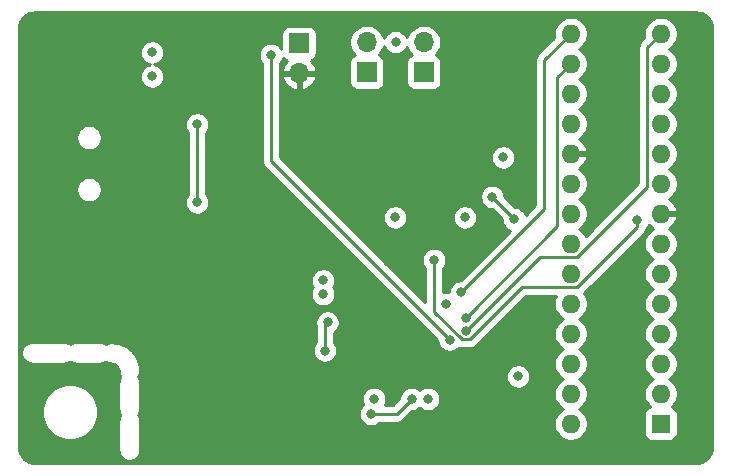
<source format=gbr>
G04 #@! TF.GenerationSoftware,KiCad,Pcbnew,5.1.9-73d0e3b20d~88~ubuntu20.04.1*
G04 #@! TF.CreationDate,2021-01-27T00:13:23+01:00*
G04 #@! TF.ProjectId,minimig-arm-controller-0805,6d696e69-6d69-4672-9d61-726d2d636f6e,rev?*
G04 #@! TF.SameCoordinates,Original*
G04 #@! TF.FileFunction,Copper,L4,Bot*
G04 #@! TF.FilePolarity,Positive*
%FSLAX46Y46*%
G04 Gerber Fmt 4.6, Leading zero omitted, Abs format (unit mm)*
G04 Created by KiCad (PCBNEW 5.1.9-73d0e3b20d~88~ubuntu20.04.1) date 2021-01-27 00:13:23*
%MOMM*%
%LPD*%
G01*
G04 APERTURE LIST*
G04 #@! TA.AperFunction,ComponentPad*
%ADD10O,1.700000X1.700000*%
G04 #@! TD*
G04 #@! TA.AperFunction,ComponentPad*
%ADD11R,1.700000X1.700000*%
G04 #@! TD*
G04 #@! TA.AperFunction,ComponentPad*
%ADD12O,1.600000X1.600000*%
G04 #@! TD*
G04 #@! TA.AperFunction,ComponentPad*
%ADD13R,1.600000X1.600000*%
G04 #@! TD*
G04 #@! TA.AperFunction,ViaPad*
%ADD14C,0.800000*%
G04 #@! TD*
G04 #@! TA.AperFunction,Conductor*
%ADD15C,0.250000*%
G04 #@! TD*
G04 #@! TA.AperFunction,Conductor*
%ADD16C,0.254000*%
G04 #@! TD*
G04 #@! TA.AperFunction,Conductor*
%ADD17C,0.100000*%
G04 #@! TD*
G04 APERTURE END LIST*
D10*
G04 #@! TO.P,J1,2*
G04 #@! TO.N,GND*
X124380000Y-26336000D03*
D11*
G04 #@! TO.P,J1,1*
G04 #@! TO.N,VDDIN*
X124380000Y-23796000D03*
G04 #@! TD*
D10*
G04 #@! TO.P,JP2,2*
G04 #@! TO.N,VDDIN*
X134946400Y-23694400D03*
D11*
G04 #@! TO.P,JP2,1*
G04 #@! TO.N,TST*
X134946400Y-26234400D03*
G04 #@! TD*
D10*
G04 #@! TO.P,JP1,2*
G04 #@! TO.N,VDDIN*
X130120400Y-23694400D03*
D11*
G04 #@! TO.P,JP1,1*
G04 #@! TO.N,ERASE*
X130120400Y-26234400D03*
G04 #@! TD*
D12*
G04 #@! TO.P,U2,28*
G04 #@! TO.N,DIN*
X147380000Y-56000000D03*
G04 #@! TO.P,U2,14*
G04 #@! TO.N,SCK*
X155000000Y-22980000D03*
G04 #@! TO.P,U2,27*
G04 #@! TO.N,FPGA2*
X147380000Y-53460000D03*
G04 #@! TO.P,U2,13*
G04 #@! TO.N,N/C*
X155000000Y-25520000D03*
G04 #@! TO.P,U2,26*
G04 #@! TO.N,FPGA1*
X147380000Y-50920000D03*
G04 #@! TO.P,U2,12*
G04 #@! TO.N,N/C*
X155000000Y-28060000D03*
G04 #@! TO.P,U2,25*
G04 #@! TO.N,DISKLED*
X147380000Y-48380000D03*
G04 #@! TO.P,U2,11*
G04 #@! TO.N,MMC_SEL*
X155000000Y-30600000D03*
G04 #@! TO.P,U2,24*
G04 #@! TO.N,DONE*
X147380000Y-45840000D03*
G04 #@! TO.P,U2,10*
G04 #@! TO.N,N/C*
X155000000Y-33140000D03*
G04 #@! TO.P,U2,23*
X147380000Y-43300000D03*
G04 #@! TO.P,U2,9*
X155000000Y-35680000D03*
G04 #@! TO.P,U2,22*
X147380000Y-40760000D03*
G04 #@! TO.P,U2,8*
G04 #@! TO.N,GND*
X155000000Y-38220000D03*
G04 #@! TO.P,U2,21*
G04 #@! TO.N,BUTTON*
X147380000Y-38220000D03*
G04 #@! TO.P,U2,7*
G04 #@! TO.N,CCLK*
X155000000Y-40760000D03*
G04 #@! TO.P,U2,20*
G04 #@! TO.N,VDDIN*
X147380000Y-35680000D03*
G04 #@! TO.P,U2,6*
G04 #@! TO.N,N/C*
X155000000Y-43300000D03*
G04 #@! TO.P,U2,19*
G04 #@! TO.N,GND*
X147380000Y-33140000D03*
G04 #@! TO.P,U2,5*
G04 #@! TO.N,INIT*
X155000000Y-45840000D03*
G04 #@! TO.P,U2,18*
G04 #@! TO.N,RXD*
X147380000Y-30600000D03*
G04 #@! TO.P,U2,4*
G04 #@! TO.N,PROG*
X155000000Y-48380000D03*
G04 #@! TO.P,U2,17*
G04 #@! TO.N,TXD*
X147380000Y-28060000D03*
G04 #@! TO.P,U2,3*
G04 #@! TO.N,FPGA0*
X155000000Y-50920000D03*
G04 #@! TO.P,U2,16*
G04 #@! TO.N,SDO*
X147380000Y-25520000D03*
G04 #@! TO.P,U2,2*
G04 #@! TO.N,CLKEN*
X155000000Y-53460000D03*
G04 #@! TO.P,U2,15*
G04 #@! TO.N,SDI*
X147380000Y-22980000D03*
D13*
G04 #@! TO.P,U2,1*
G04 #@! TO.N,MCLR*
X155000000Y-56000000D03*
G04 #@! TD*
D14*
G04 #@! TO.N,GND*
X138731000Y-49894500D03*
X132000000Y-50402500D03*
X130730000Y-47926000D03*
X131936500Y-42274500D03*
X141652000Y-30400000D03*
X120824000Y-55800000D03*
X120824000Y-42084000D03*
X122856000Y-57578000D03*
X140686800Y-57578000D03*
X117522000Y-35988000D03*
X117522000Y-30908000D03*
X112086400Y-36191200D03*
X109851200Y-25624800D03*
X110257600Y-42236400D03*
X132406400Y-32686000D03*
X126564400Y-36343600D03*
G04 #@! TO.N,BUTTON*
X153031200Y-38782000D03*
X135810000Y-42134800D03*
G04 #@! TO.N,MMC_SEL*
X142596404Y-38687010D03*
X140737600Y-36787000D03*
G04 #@! TO.N,SDO*
X138502400Y-47011600D03*
G04 #@! TO.N,SCK*
X138502400Y-48129200D03*
G04 #@! TO.N,Net-(Q1-Pad3)*
X115744000Y-30654000D03*
X115744000Y-37258000D03*
G04 #@! TO.N,USB_PULLUP*
X137130800Y-48891200D03*
X121992400Y-24761200D03*
G04 #@! TO.N,VDDIN*
X138413500Y-38528000D03*
X141652000Y-33448000D03*
X132508000Y-38528000D03*
X126412000Y-43862000D03*
X133905000Y-53895000D03*
X142922000Y-51990000D03*
X111934000Y-24558000D03*
X111934000Y-26590000D03*
X132558800Y-23694400D03*
X126793000Y-47418000D03*
X126564400Y-49805600D03*
X130476000Y-55165000D03*
G04 #@! TO.N,SDI*
X138096000Y-44878000D03*
G04 #@! TO.N,VDDCORE*
X126412000Y-45030400D03*
X135302000Y-53895000D03*
X136826000Y-45843200D03*
X130730000Y-53895000D03*
G04 #@! TD*
D15*
G04 #@! TO.N,BUTTON*
X138154399Y-48854201D02*
X135810000Y-46509802D01*
X143279601Y-44425001D02*
X138850401Y-48854201D01*
X135810000Y-46509802D02*
X135810000Y-42134800D01*
X138850401Y-48854201D02*
X138154399Y-48854201D01*
X147953884Y-44425001D02*
X143279601Y-44425001D01*
X153031200Y-39347685D02*
X147953884Y-44425001D01*
X153031200Y-38782000D02*
X153031200Y-39347685D01*
G04 #@! TO.N,MMC_SEL*
X142596404Y-38645804D02*
X142596404Y-38687010D01*
X140737600Y-36787000D02*
X142596404Y-38645804D01*
G04 #@! TO.N,SDO*
X146254999Y-26645001D02*
X147380000Y-25520000D01*
X146254999Y-39259001D02*
X146254999Y-26645001D01*
X146254999Y-39259001D02*
X138502400Y-47011600D01*
G04 #@! TO.N,SCK*
X144746599Y-41885001D02*
X138502400Y-48129200D01*
X147920001Y-41885001D02*
X144746599Y-41885001D01*
X153874999Y-35930003D02*
X147920001Y-41885001D01*
X153874999Y-24105001D02*
X153874999Y-35930003D01*
X155000000Y-22980000D02*
X153874999Y-24105001D01*
G04 #@! TO.N,Net-(Q1-Pad3)*
X115744000Y-37258000D02*
X115744000Y-30654000D01*
G04 #@! TO.N,USB_PULLUP*
X121992400Y-33752800D02*
X137130800Y-48891200D01*
X121992400Y-24761200D02*
X121992400Y-33752800D01*
G04 #@! TO.N,VDDIN*
X126564400Y-47646600D02*
X126793000Y-47418000D01*
X126564400Y-49805600D02*
X126564400Y-47646600D01*
X132635000Y-55165000D02*
X130476000Y-55165000D01*
X133905000Y-53895000D02*
X132635000Y-55165000D01*
G04 #@! TO.N,SDI*
X145144500Y-25215500D02*
X147380000Y-22980000D01*
X145144500Y-37829500D02*
X145144500Y-25215500D01*
X138096000Y-44878000D02*
X145144500Y-37829500D01*
G04 #@! TD*
D16*
G04 #@! TO.N,GND*
X158259659Y-21188625D02*
X158509429Y-21264035D01*
X158739792Y-21386522D01*
X158941980Y-21551422D01*
X159108286Y-21752450D01*
X159232378Y-21981954D01*
X159309531Y-22231195D01*
X159340000Y-22521089D01*
X159340001Y-57967711D01*
X159311375Y-58259660D01*
X159235965Y-58509429D01*
X159113477Y-58739794D01*
X158948579Y-58941979D01*
X158747546Y-59108288D01*
X158518046Y-59232378D01*
X158268805Y-59309531D01*
X157978911Y-59340000D01*
X102032279Y-59340000D01*
X101740340Y-59311375D01*
X101490571Y-59235965D01*
X101260206Y-59113477D01*
X101058021Y-58948579D01*
X100891712Y-58747546D01*
X100767622Y-58518046D01*
X100690469Y-58268805D01*
X100660000Y-57978911D01*
X100660000Y-54766719D01*
X102631460Y-54766719D01*
X102631460Y-55233281D01*
X102722482Y-55690878D01*
X102901027Y-56121924D01*
X103160235Y-56509856D01*
X103490144Y-56839765D01*
X103878076Y-57098973D01*
X104309122Y-57277518D01*
X104766719Y-57368540D01*
X105233281Y-57368540D01*
X105690878Y-57277518D01*
X106121924Y-57098973D01*
X106509856Y-56839765D01*
X106839765Y-56509856D01*
X107098973Y-56121924D01*
X107277518Y-55690878D01*
X107368540Y-55233281D01*
X107368540Y-54766719D01*
X107277518Y-54309122D01*
X107098973Y-53878076D01*
X106839765Y-53490144D01*
X106509856Y-53160235D01*
X106121924Y-52901027D01*
X105690878Y-52722482D01*
X105233281Y-52631460D01*
X104766719Y-52631460D01*
X104309122Y-52722482D01*
X103878076Y-52901027D01*
X103490144Y-53160235D01*
X103160235Y-53490144D01*
X102901027Y-53878076D01*
X102722482Y-54309122D01*
X102631460Y-54766719D01*
X100660000Y-54766719D01*
X100660000Y-49941928D01*
X100842722Y-49941928D01*
X100843140Y-50001745D01*
X100842722Y-50061562D01*
X100843621Y-50070733D01*
X100848721Y-50119256D01*
X100860751Y-50177862D01*
X100871958Y-50236612D01*
X100874621Y-50245434D01*
X100889049Y-50292044D01*
X100912243Y-50347220D01*
X100934644Y-50402663D01*
X100938970Y-50410799D01*
X100962177Y-50453718D01*
X100995634Y-50503319D01*
X101028369Y-50553346D01*
X101034194Y-50560487D01*
X101034204Y-50560499D01*
X101034208Y-50560505D01*
X101034213Y-50560510D01*
X101065293Y-50598082D01*
X101107738Y-50640233D01*
X101149608Y-50682989D01*
X101156709Y-50688862D01*
X101194520Y-50719699D01*
X101244336Y-50752796D01*
X101293684Y-50786587D01*
X101301791Y-50790970D01*
X101301806Y-50790978D01*
X101301809Y-50790980D01*
X101301813Y-50790981D01*
X101344871Y-50813877D01*
X101400179Y-50836675D01*
X101455171Y-50860244D01*
X101463974Y-50862969D01*
X101510683Y-50877071D01*
X101569354Y-50888687D01*
X101611081Y-50897557D01*
X101620617Y-50900450D01*
X101633720Y-50901740D01*
X101637040Y-50902089D01*
X101685354Y-50906826D01*
X101717581Y-50910000D01*
X104532419Y-50910000D01*
X104564646Y-50906826D01*
X104567900Y-50906826D01*
X104577065Y-50905862D01*
X104596006Y-50903737D01*
X104629383Y-50900450D01*
X104638650Y-50897639D01*
X104684014Y-50887996D01*
X104742740Y-50876368D01*
X104751543Y-50873642D01*
X104798051Y-50858889D01*
X104853032Y-50835324D01*
X104908338Y-50812529D01*
X104916444Y-50808146D01*
X104959201Y-50784640D01*
X105000022Y-50756689D01*
X105043684Y-50786587D01*
X105051791Y-50790970D01*
X105051806Y-50790978D01*
X105051809Y-50790980D01*
X105051813Y-50790981D01*
X105094871Y-50813877D01*
X105150179Y-50836675D01*
X105205171Y-50860244D01*
X105213974Y-50862969D01*
X105260683Y-50877071D01*
X105319354Y-50888687D01*
X105361081Y-50897557D01*
X105370617Y-50900450D01*
X105383720Y-50901740D01*
X105387040Y-50902089D01*
X105435354Y-50906826D01*
X105467581Y-50910000D01*
X107532419Y-50910000D01*
X107564646Y-50906826D01*
X107567900Y-50906826D01*
X107577065Y-50905862D01*
X107596006Y-50903737D01*
X107629383Y-50900450D01*
X107638650Y-50897639D01*
X107684014Y-50887996D01*
X107742740Y-50876368D01*
X107751543Y-50873642D01*
X107798051Y-50858889D01*
X107853032Y-50835324D01*
X107908338Y-50812529D01*
X107916444Y-50808146D01*
X107959201Y-50784640D01*
X108000022Y-50756689D01*
X108043684Y-50786587D01*
X108051791Y-50790970D01*
X108051806Y-50790978D01*
X108051809Y-50790980D01*
X108051813Y-50790981D01*
X108094871Y-50813877D01*
X108150179Y-50836675D01*
X108205171Y-50860244D01*
X108213974Y-50862969D01*
X108260683Y-50877071D01*
X108319354Y-50888687D01*
X108377875Y-50901127D01*
X108387040Y-50902089D01*
X108435539Y-50906844D01*
X108435595Y-50906850D01*
X108613985Y-50924341D01*
X108723625Y-50957443D01*
X108824748Y-51011212D01*
X108913503Y-51083599D01*
X108986509Y-51171848D01*
X109040981Y-51272591D01*
X109074850Y-51382004D01*
X109093174Y-51556343D01*
X109093174Y-51567900D01*
X109094138Y-51577065D01*
X109099577Y-51625552D01*
X109112004Y-51684014D01*
X109123632Y-51742740D01*
X109126358Y-51751543D01*
X109141111Y-51798051D01*
X109164667Y-51853011D01*
X109187471Y-51908338D01*
X109191854Y-51916444D01*
X109215360Y-51959201D01*
X109243311Y-52000022D01*
X109213413Y-52043684D01*
X109209030Y-52051790D01*
X109186123Y-52094871D01*
X109163332Y-52150165D01*
X109139756Y-52205172D01*
X109137031Y-52213975D01*
X109122929Y-52260683D01*
X109111313Y-52319354D01*
X109102442Y-52361084D01*
X109099550Y-52370618D01*
X109098262Y-52383694D01*
X109097911Y-52387039D01*
X109093150Y-52435599D01*
X109090000Y-52467582D01*
X109090001Y-54782419D01*
X109093174Y-54814635D01*
X109093174Y-54817900D01*
X109094138Y-54827065D01*
X109096271Y-54846079D01*
X109099551Y-54879383D01*
X109102359Y-54888639D01*
X109112004Y-54934014D01*
X109123632Y-54992740D01*
X109126358Y-55001543D01*
X109141111Y-55048051D01*
X109164667Y-55103011D01*
X109187471Y-55158338D01*
X109191854Y-55166444D01*
X109215360Y-55209201D01*
X109243311Y-55250022D01*
X109213413Y-55293684D01*
X109209030Y-55301790D01*
X109186123Y-55344871D01*
X109163332Y-55400165D01*
X109139756Y-55455172D01*
X109137031Y-55463975D01*
X109122929Y-55510683D01*
X109111313Y-55569354D01*
X109102442Y-55611084D01*
X109099550Y-55620618D01*
X109098262Y-55633694D01*
X109097911Y-55637039D01*
X109093150Y-55685599D01*
X109090000Y-55717582D01*
X109090001Y-58282419D01*
X109093174Y-58314635D01*
X109093174Y-58317900D01*
X109094138Y-58327065D01*
X109096271Y-58346079D01*
X109099551Y-58379383D01*
X109102359Y-58388639D01*
X109112004Y-58434014D01*
X109123632Y-58492740D01*
X109126358Y-58501543D01*
X109141111Y-58548051D01*
X109164667Y-58603011D01*
X109187471Y-58658338D01*
X109191854Y-58666444D01*
X109215360Y-58709201D01*
X109249160Y-58758563D01*
X109282257Y-58808380D01*
X109288131Y-58815480D01*
X109319494Y-58852856D01*
X109362205Y-58894682D01*
X109404383Y-58937156D01*
X109411525Y-58942980D01*
X109449549Y-58973553D01*
X109499579Y-59006291D01*
X109549195Y-59039758D01*
X109557332Y-59044084D01*
X109600570Y-59066689D01*
X109656006Y-59089087D01*
X109711181Y-59112280D01*
X109720003Y-59114943D01*
X109766810Y-59128719D01*
X109825543Y-59139923D01*
X109884167Y-59151957D01*
X109893338Y-59152856D01*
X109941928Y-59157278D01*
X110001745Y-59156860D01*
X110061562Y-59157278D01*
X110070733Y-59156379D01*
X110119256Y-59151279D01*
X110177862Y-59139249D01*
X110236612Y-59128042D01*
X110245434Y-59125379D01*
X110292044Y-59110951D01*
X110347226Y-59087755D01*
X110402663Y-59065356D01*
X110410799Y-59061030D01*
X110453718Y-59037823D01*
X110503319Y-59004366D01*
X110553346Y-58971631D01*
X110560487Y-58965806D01*
X110560499Y-58965796D01*
X110560505Y-58965792D01*
X110560510Y-58965787D01*
X110598082Y-58934707D01*
X110640233Y-58892262D01*
X110682989Y-58850392D01*
X110688862Y-58843291D01*
X110719699Y-58805480D01*
X110752796Y-58755664D01*
X110786587Y-58706316D01*
X110790970Y-58698209D01*
X110813877Y-58655129D01*
X110836675Y-58599821D01*
X110860244Y-58544829D01*
X110862969Y-58536026D01*
X110877071Y-58489317D01*
X110888687Y-58430646D01*
X110897557Y-58388919D01*
X110900450Y-58379383D01*
X110901740Y-58366280D01*
X110902089Y-58362960D01*
X110906850Y-58314401D01*
X110910000Y-58282419D01*
X110910000Y-55717581D01*
X110906826Y-55685354D01*
X110906826Y-55682100D01*
X110905862Y-55672935D01*
X110903737Y-55653994D01*
X110900450Y-55620617D01*
X110897639Y-55611350D01*
X110887996Y-55565986D01*
X110876368Y-55507260D01*
X110873642Y-55498457D01*
X110858889Y-55451950D01*
X110835338Y-55397003D01*
X110812529Y-55341662D01*
X110808145Y-55333556D01*
X110784640Y-55290799D01*
X110756689Y-55249978D01*
X110786587Y-55206316D01*
X110790970Y-55198209D01*
X110813877Y-55155129D01*
X110836675Y-55099821D01*
X110852429Y-55063061D01*
X129441000Y-55063061D01*
X129441000Y-55266939D01*
X129480774Y-55466898D01*
X129558795Y-55655256D01*
X129672063Y-55824774D01*
X129816226Y-55968937D01*
X129985744Y-56082205D01*
X130174102Y-56160226D01*
X130374061Y-56200000D01*
X130577939Y-56200000D01*
X130777898Y-56160226D01*
X130966256Y-56082205D01*
X131135774Y-55968937D01*
X131179711Y-55925000D01*
X132597678Y-55925000D01*
X132635000Y-55928676D01*
X132672322Y-55925000D01*
X132672333Y-55925000D01*
X132783986Y-55914003D01*
X132927247Y-55870546D01*
X133059276Y-55799974D01*
X133175001Y-55705001D01*
X133198804Y-55675997D01*
X133944802Y-54930000D01*
X134006939Y-54930000D01*
X134206898Y-54890226D01*
X134395256Y-54812205D01*
X134564774Y-54698937D01*
X134603500Y-54660211D01*
X134642226Y-54698937D01*
X134811744Y-54812205D01*
X135000102Y-54890226D01*
X135200061Y-54930000D01*
X135403939Y-54930000D01*
X135603898Y-54890226D01*
X135792256Y-54812205D01*
X135961774Y-54698937D01*
X136105937Y-54554774D01*
X136219205Y-54385256D01*
X136297226Y-54196898D01*
X136337000Y-53996939D01*
X136337000Y-53793061D01*
X136297226Y-53593102D01*
X136219205Y-53404744D01*
X136105937Y-53235226D01*
X135961774Y-53091063D01*
X135792256Y-52977795D01*
X135603898Y-52899774D01*
X135403939Y-52860000D01*
X135200061Y-52860000D01*
X135000102Y-52899774D01*
X134811744Y-52977795D01*
X134642226Y-53091063D01*
X134603500Y-53129789D01*
X134564774Y-53091063D01*
X134395256Y-52977795D01*
X134206898Y-52899774D01*
X134006939Y-52860000D01*
X133803061Y-52860000D01*
X133603102Y-52899774D01*
X133414744Y-52977795D01*
X133245226Y-53091063D01*
X133101063Y-53235226D01*
X132987795Y-53404744D01*
X132909774Y-53593102D01*
X132870000Y-53793061D01*
X132870000Y-53855198D01*
X132320199Y-54405000D01*
X131634013Y-54405000D01*
X131647205Y-54385256D01*
X131725226Y-54196898D01*
X131765000Y-53996939D01*
X131765000Y-53793061D01*
X131725226Y-53593102D01*
X131647205Y-53404744D01*
X131533937Y-53235226D01*
X131389774Y-53091063D01*
X131220256Y-52977795D01*
X131031898Y-52899774D01*
X130831939Y-52860000D01*
X130628061Y-52860000D01*
X130428102Y-52899774D01*
X130239744Y-52977795D01*
X130070226Y-53091063D01*
X129926063Y-53235226D01*
X129812795Y-53404744D01*
X129734774Y-53593102D01*
X129695000Y-53793061D01*
X129695000Y-53996939D01*
X129734774Y-54196898D01*
X129806714Y-54370575D01*
X129672063Y-54505226D01*
X129558795Y-54674744D01*
X129480774Y-54863102D01*
X129441000Y-55063061D01*
X110852429Y-55063061D01*
X110860244Y-55044829D01*
X110862969Y-55036026D01*
X110877071Y-54989317D01*
X110888687Y-54930646D01*
X110897557Y-54888919D01*
X110900450Y-54879383D01*
X110901740Y-54866280D01*
X110902089Y-54862960D01*
X110906850Y-54814401D01*
X110910000Y-54782419D01*
X110910000Y-52467581D01*
X110906826Y-52435354D01*
X110906826Y-52432100D01*
X110905862Y-52422935D01*
X110903737Y-52403994D01*
X110900450Y-52370617D01*
X110897639Y-52361350D01*
X110887996Y-52315986D01*
X110876368Y-52257260D01*
X110873642Y-52248457D01*
X110858889Y-52201950D01*
X110835330Y-52146983D01*
X110812529Y-52091662D01*
X110808145Y-52083556D01*
X110784640Y-52040799D01*
X110756689Y-51999978D01*
X110786587Y-51956316D01*
X110790970Y-51948209D01*
X110813877Y-51905129D01*
X110820912Y-51888061D01*
X141887000Y-51888061D01*
X141887000Y-52091939D01*
X141926774Y-52291898D01*
X142004795Y-52480256D01*
X142118063Y-52649774D01*
X142262226Y-52793937D01*
X142431744Y-52907205D01*
X142620102Y-52985226D01*
X142820061Y-53025000D01*
X143023939Y-53025000D01*
X143223898Y-52985226D01*
X143412256Y-52907205D01*
X143581774Y-52793937D01*
X143725937Y-52649774D01*
X143839205Y-52480256D01*
X143917226Y-52291898D01*
X143957000Y-52091939D01*
X143957000Y-51888061D01*
X143917226Y-51688102D01*
X143839205Y-51499744D01*
X143725937Y-51330226D01*
X143581774Y-51186063D01*
X143412256Y-51072795D01*
X143223898Y-50994774D01*
X143023939Y-50955000D01*
X142820061Y-50955000D01*
X142620102Y-50994774D01*
X142431744Y-51072795D01*
X142262226Y-51186063D01*
X142118063Y-51330226D01*
X142004795Y-51499744D01*
X141926774Y-51688102D01*
X141887000Y-51888061D01*
X110820912Y-51888061D01*
X110836675Y-51849821D01*
X110860244Y-51794829D01*
X110862969Y-51786026D01*
X110877071Y-51739317D01*
X110888687Y-51680646D01*
X110901127Y-51622125D01*
X110902089Y-51612960D01*
X110906850Y-51564401D01*
X110906850Y-51535566D01*
X110909964Y-51506892D01*
X110909996Y-51497677D01*
X110909953Y-51485460D01*
X110907040Y-51456787D01*
X110907241Y-51427967D01*
X110906342Y-51418796D01*
X110870642Y-51079126D01*
X110858610Y-51020514D01*
X110847405Y-50961769D01*
X110844741Y-50952947D01*
X110743745Y-50626681D01*
X110720565Y-50571538D01*
X110698156Y-50516073D01*
X110693829Y-50507936D01*
X110531384Y-50207500D01*
X110497939Y-50157916D01*
X110465179Y-50107853D01*
X110459354Y-50100712D01*
X110241648Y-49837551D01*
X110199212Y-49795410D01*
X110157349Y-49752661D01*
X110150248Y-49746787D01*
X110097371Y-49703661D01*
X125529400Y-49703661D01*
X125529400Y-49907539D01*
X125569174Y-50107498D01*
X125647195Y-50295856D01*
X125760463Y-50465374D01*
X125904626Y-50609537D01*
X126074144Y-50722805D01*
X126262502Y-50800826D01*
X126462461Y-50840600D01*
X126666339Y-50840600D01*
X126866298Y-50800826D01*
X127054656Y-50722805D01*
X127224174Y-50609537D01*
X127368337Y-50465374D01*
X127481605Y-50295856D01*
X127559626Y-50107498D01*
X127599400Y-49907539D01*
X127599400Y-49703661D01*
X127559626Y-49503702D01*
X127481605Y-49315344D01*
X127368337Y-49145826D01*
X127324400Y-49101889D01*
X127324400Y-48307714D01*
X127452774Y-48221937D01*
X127596937Y-48077774D01*
X127710205Y-47908256D01*
X127788226Y-47719898D01*
X127828000Y-47519939D01*
X127828000Y-47316061D01*
X127788226Y-47116102D01*
X127710205Y-46927744D01*
X127596937Y-46758226D01*
X127452774Y-46614063D01*
X127283256Y-46500795D01*
X127094898Y-46422774D01*
X126894939Y-46383000D01*
X126691061Y-46383000D01*
X126491102Y-46422774D01*
X126302744Y-46500795D01*
X126133226Y-46614063D01*
X125989063Y-46758226D01*
X125875795Y-46927744D01*
X125797774Y-47116102D01*
X125758000Y-47316061D01*
X125758000Y-47519939D01*
X125797774Y-47719898D01*
X125804401Y-47735897D01*
X125804400Y-49101889D01*
X125760463Y-49145826D01*
X125647195Y-49315344D01*
X125569174Y-49503702D01*
X125529400Y-49703661D01*
X110097371Y-49703661D01*
X109885574Y-49530924D01*
X109835716Y-49497799D01*
X109786393Y-49464026D01*
X109778287Y-49459643D01*
X109476725Y-49299299D01*
X109421433Y-49276510D01*
X109366437Y-49252938D01*
X109357634Y-49250213D01*
X109030671Y-49151497D01*
X108972000Y-49139880D01*
X108913479Y-49127441D01*
X108904314Y-49126478D01*
X108564404Y-49093150D01*
X108534463Y-49093150D01*
X108504678Y-49090016D01*
X108495463Y-49090016D01*
X108491972Y-49090040D01*
X108462353Y-49093150D01*
X108435594Y-49093150D01*
X108435473Y-49093174D01*
X108432100Y-49093174D01*
X108422935Y-49094138D01*
X108374448Y-49099577D01*
X108315986Y-49112004D01*
X108257260Y-49123632D01*
X108248457Y-49126358D01*
X108201950Y-49141111D01*
X108147003Y-49164662D01*
X108091662Y-49187471D01*
X108083556Y-49191855D01*
X108040799Y-49215360D01*
X107999978Y-49243311D01*
X107956316Y-49213413D01*
X107948210Y-49209030D01*
X107905129Y-49186123D01*
X107849835Y-49163332D01*
X107794828Y-49139756D01*
X107786025Y-49137031D01*
X107739317Y-49122929D01*
X107680646Y-49111313D01*
X107638919Y-49102443D01*
X107629383Y-49099550D01*
X107616290Y-49098261D01*
X107612961Y-49097911D01*
X107564597Y-49093169D01*
X107532419Y-49090000D01*
X105467581Y-49090000D01*
X105435354Y-49093174D01*
X105432100Y-49093174D01*
X105422935Y-49094138D01*
X105403994Y-49096263D01*
X105370617Y-49099550D01*
X105361350Y-49102361D01*
X105315986Y-49112004D01*
X105257260Y-49123632D01*
X105248457Y-49126358D01*
X105201950Y-49141111D01*
X105147003Y-49164662D01*
X105091662Y-49187471D01*
X105083556Y-49191855D01*
X105040799Y-49215360D01*
X104999978Y-49243311D01*
X104956316Y-49213413D01*
X104948210Y-49209030D01*
X104905129Y-49186123D01*
X104849835Y-49163332D01*
X104794828Y-49139756D01*
X104786025Y-49137031D01*
X104739317Y-49122929D01*
X104680646Y-49111313D01*
X104638919Y-49102443D01*
X104629383Y-49099550D01*
X104616290Y-49098261D01*
X104612961Y-49097911D01*
X104564597Y-49093169D01*
X104532419Y-49090000D01*
X101717581Y-49090000D01*
X101685354Y-49093174D01*
X101682100Y-49093174D01*
X101672935Y-49094138D01*
X101653994Y-49096263D01*
X101620617Y-49099550D01*
X101611350Y-49102361D01*
X101565986Y-49112004D01*
X101507260Y-49123632D01*
X101498457Y-49126358D01*
X101451950Y-49141111D01*
X101397003Y-49164662D01*
X101341662Y-49187471D01*
X101333556Y-49191855D01*
X101290799Y-49215360D01*
X101241437Y-49249160D01*
X101191620Y-49282257D01*
X101184520Y-49288131D01*
X101147144Y-49319493D01*
X101105302Y-49362221D01*
X101062843Y-49404383D01*
X101057019Y-49411525D01*
X101026447Y-49449550D01*
X100993695Y-49499600D01*
X100960242Y-49549195D01*
X100955916Y-49557332D01*
X100933311Y-49600571D01*
X100910914Y-49656005D01*
X100887720Y-49711181D01*
X100885057Y-49720003D01*
X100871281Y-49766810D01*
X100860078Y-49825537D01*
X100848043Y-49884167D01*
X100847144Y-49893338D01*
X100842722Y-49941928D01*
X100660000Y-49941928D01*
X100660000Y-43760061D01*
X125377000Y-43760061D01*
X125377000Y-43963939D01*
X125416774Y-44163898D01*
X125494795Y-44352256D01*
X125557566Y-44446200D01*
X125494795Y-44540144D01*
X125416774Y-44728502D01*
X125377000Y-44928461D01*
X125377000Y-45132339D01*
X125416774Y-45332298D01*
X125494795Y-45520656D01*
X125608063Y-45690174D01*
X125752226Y-45834337D01*
X125921744Y-45947605D01*
X126110102Y-46025626D01*
X126310061Y-46065400D01*
X126513939Y-46065400D01*
X126713898Y-46025626D01*
X126902256Y-45947605D01*
X127071774Y-45834337D01*
X127215937Y-45690174D01*
X127329205Y-45520656D01*
X127407226Y-45332298D01*
X127447000Y-45132339D01*
X127447000Y-44928461D01*
X127407226Y-44728502D01*
X127329205Y-44540144D01*
X127266434Y-44446200D01*
X127329205Y-44352256D01*
X127407226Y-44163898D01*
X127447000Y-43963939D01*
X127447000Y-43760061D01*
X127407226Y-43560102D01*
X127329205Y-43371744D01*
X127215937Y-43202226D01*
X127071774Y-43058063D01*
X126902256Y-42944795D01*
X126713898Y-42866774D01*
X126513939Y-42827000D01*
X126310061Y-42827000D01*
X126110102Y-42866774D01*
X125921744Y-42944795D01*
X125752226Y-43058063D01*
X125608063Y-43202226D01*
X125494795Y-43371744D01*
X125416774Y-43560102D01*
X125377000Y-43760061D01*
X100660000Y-43760061D01*
X100660000Y-36069137D01*
X105515000Y-36069137D01*
X105515000Y-36282863D01*
X105556696Y-36492483D01*
X105638485Y-36689940D01*
X105757225Y-36867647D01*
X105908353Y-37018775D01*
X106086060Y-37137515D01*
X106283517Y-37219304D01*
X106493137Y-37261000D01*
X106706863Y-37261000D01*
X106916483Y-37219304D01*
X107113940Y-37137515D01*
X107291647Y-37018775D01*
X107442775Y-36867647D01*
X107561515Y-36689940D01*
X107643304Y-36492483D01*
X107685000Y-36282863D01*
X107685000Y-36069137D01*
X107643304Y-35859517D01*
X107561515Y-35662060D01*
X107442775Y-35484353D01*
X107291647Y-35333225D01*
X107113940Y-35214485D01*
X106916483Y-35132696D01*
X106706863Y-35091000D01*
X106493137Y-35091000D01*
X106283517Y-35132696D01*
X106086060Y-35214485D01*
X105908353Y-35333225D01*
X105757225Y-35484353D01*
X105638485Y-35662060D01*
X105556696Y-35859517D01*
X105515000Y-36069137D01*
X100660000Y-36069137D01*
X100660000Y-31669137D01*
X105515000Y-31669137D01*
X105515000Y-31882863D01*
X105556696Y-32092483D01*
X105638485Y-32289940D01*
X105757225Y-32467647D01*
X105908353Y-32618775D01*
X106086060Y-32737515D01*
X106283517Y-32819304D01*
X106493137Y-32861000D01*
X106706863Y-32861000D01*
X106916483Y-32819304D01*
X107113940Y-32737515D01*
X107291647Y-32618775D01*
X107442775Y-32467647D01*
X107561515Y-32289940D01*
X107643304Y-32092483D01*
X107685000Y-31882863D01*
X107685000Y-31669137D01*
X107643304Y-31459517D01*
X107561515Y-31262060D01*
X107442775Y-31084353D01*
X107291647Y-30933225D01*
X107113940Y-30814485D01*
X106916483Y-30732696D01*
X106706863Y-30691000D01*
X106493137Y-30691000D01*
X106283517Y-30732696D01*
X106086060Y-30814485D01*
X105908353Y-30933225D01*
X105757225Y-31084353D01*
X105638485Y-31262060D01*
X105556696Y-31459517D01*
X105515000Y-31669137D01*
X100660000Y-31669137D01*
X100660000Y-30552061D01*
X114709000Y-30552061D01*
X114709000Y-30755939D01*
X114748774Y-30955898D01*
X114826795Y-31144256D01*
X114940063Y-31313774D01*
X114984001Y-31357712D01*
X114984000Y-36554289D01*
X114940063Y-36598226D01*
X114826795Y-36767744D01*
X114748774Y-36956102D01*
X114709000Y-37156061D01*
X114709000Y-37359939D01*
X114748774Y-37559898D01*
X114826795Y-37748256D01*
X114940063Y-37917774D01*
X115084226Y-38061937D01*
X115253744Y-38175205D01*
X115442102Y-38253226D01*
X115642061Y-38293000D01*
X115845939Y-38293000D01*
X116045898Y-38253226D01*
X116234256Y-38175205D01*
X116403774Y-38061937D01*
X116547937Y-37917774D01*
X116661205Y-37748256D01*
X116739226Y-37559898D01*
X116779000Y-37359939D01*
X116779000Y-37156061D01*
X116739226Y-36956102D01*
X116661205Y-36767744D01*
X116547937Y-36598226D01*
X116504000Y-36554289D01*
X116504000Y-31357711D01*
X116547937Y-31313774D01*
X116661205Y-31144256D01*
X116739226Y-30955898D01*
X116779000Y-30755939D01*
X116779000Y-30552061D01*
X116739226Y-30352102D01*
X116661205Y-30163744D01*
X116547937Y-29994226D01*
X116403774Y-29850063D01*
X116234256Y-29736795D01*
X116045898Y-29658774D01*
X115845939Y-29619000D01*
X115642061Y-29619000D01*
X115442102Y-29658774D01*
X115253744Y-29736795D01*
X115084226Y-29850063D01*
X114940063Y-29994226D01*
X114826795Y-30163744D01*
X114748774Y-30352102D01*
X114709000Y-30552061D01*
X100660000Y-30552061D01*
X100660000Y-24456061D01*
X110899000Y-24456061D01*
X110899000Y-24659939D01*
X110938774Y-24859898D01*
X111016795Y-25048256D01*
X111130063Y-25217774D01*
X111274226Y-25361937D01*
X111443744Y-25475205D01*
X111632102Y-25553226D01*
X111736541Y-25574000D01*
X111632102Y-25594774D01*
X111443744Y-25672795D01*
X111274226Y-25786063D01*
X111130063Y-25930226D01*
X111016795Y-26099744D01*
X110938774Y-26288102D01*
X110899000Y-26488061D01*
X110899000Y-26691939D01*
X110938774Y-26891898D01*
X111016795Y-27080256D01*
X111130063Y-27249774D01*
X111274226Y-27393937D01*
X111443744Y-27507205D01*
X111632102Y-27585226D01*
X111832061Y-27625000D01*
X112035939Y-27625000D01*
X112235898Y-27585226D01*
X112424256Y-27507205D01*
X112593774Y-27393937D01*
X112737937Y-27249774D01*
X112851205Y-27080256D01*
X112929226Y-26891898D01*
X112969000Y-26691939D01*
X112969000Y-26488061D01*
X112929226Y-26288102D01*
X112851205Y-26099744D01*
X112737937Y-25930226D01*
X112593774Y-25786063D01*
X112424256Y-25672795D01*
X112235898Y-25594774D01*
X112131459Y-25574000D01*
X112235898Y-25553226D01*
X112424256Y-25475205D01*
X112593774Y-25361937D01*
X112737937Y-25217774D01*
X112851205Y-25048256D01*
X112929226Y-24859898D01*
X112969000Y-24659939D01*
X112969000Y-24659261D01*
X120957400Y-24659261D01*
X120957400Y-24863139D01*
X120997174Y-25063098D01*
X121075195Y-25251456D01*
X121188463Y-25420974D01*
X121232400Y-25464911D01*
X121232401Y-33715468D01*
X121228724Y-33752800D01*
X121243398Y-33901785D01*
X121286854Y-34045046D01*
X121357426Y-34177076D01*
X121428601Y-34263802D01*
X121452400Y-34292801D01*
X121481398Y-34316599D01*
X136095800Y-48931002D01*
X136095800Y-48993139D01*
X136135574Y-49193098D01*
X136213595Y-49381456D01*
X136326863Y-49550974D01*
X136471026Y-49695137D01*
X136640544Y-49808405D01*
X136828902Y-49886426D01*
X137028861Y-49926200D01*
X137232739Y-49926200D01*
X137432698Y-49886426D01*
X137621056Y-49808405D01*
X137790574Y-49695137D01*
X137911112Y-49574599D01*
X138005413Y-49603204D01*
X138117066Y-49614201D01*
X138117076Y-49614201D01*
X138154399Y-49617877D01*
X138191722Y-49614201D01*
X138813079Y-49614201D01*
X138850401Y-49617877D01*
X138887723Y-49614201D01*
X138887734Y-49614201D01*
X138999387Y-49603204D01*
X139142648Y-49559747D01*
X139274677Y-49489175D01*
X139390402Y-49394202D01*
X139414205Y-49365198D01*
X143594403Y-45185001D01*
X146098077Y-45185001D01*
X146000147Y-45421426D01*
X145945000Y-45698665D01*
X145945000Y-45981335D01*
X146000147Y-46258574D01*
X146108320Y-46519727D01*
X146265363Y-46754759D01*
X146465241Y-46954637D01*
X146697759Y-47110000D01*
X146465241Y-47265363D01*
X146265363Y-47465241D01*
X146108320Y-47700273D01*
X146000147Y-47961426D01*
X145945000Y-48238665D01*
X145945000Y-48521335D01*
X146000147Y-48798574D01*
X146108320Y-49059727D01*
X146265363Y-49294759D01*
X146465241Y-49494637D01*
X146697759Y-49650000D01*
X146465241Y-49805363D01*
X146265363Y-50005241D01*
X146108320Y-50240273D01*
X146000147Y-50501426D01*
X145945000Y-50778665D01*
X145945000Y-51061335D01*
X146000147Y-51338574D01*
X146108320Y-51599727D01*
X146265363Y-51834759D01*
X146465241Y-52034637D01*
X146697759Y-52190000D01*
X146465241Y-52345363D01*
X146265363Y-52545241D01*
X146108320Y-52780273D01*
X146000147Y-53041426D01*
X145945000Y-53318665D01*
X145945000Y-53601335D01*
X146000147Y-53878574D01*
X146108320Y-54139727D01*
X146265363Y-54374759D01*
X146465241Y-54574637D01*
X146697759Y-54730000D01*
X146465241Y-54885363D01*
X146265363Y-55085241D01*
X146108320Y-55320273D01*
X146000147Y-55581426D01*
X145945000Y-55858665D01*
X145945000Y-56141335D01*
X146000147Y-56418574D01*
X146108320Y-56679727D01*
X146265363Y-56914759D01*
X146465241Y-57114637D01*
X146700273Y-57271680D01*
X146961426Y-57379853D01*
X147238665Y-57435000D01*
X147521335Y-57435000D01*
X147798574Y-57379853D01*
X148059727Y-57271680D01*
X148294759Y-57114637D01*
X148494637Y-56914759D01*
X148651680Y-56679727D01*
X148759853Y-56418574D01*
X148815000Y-56141335D01*
X148815000Y-55858665D01*
X148759853Y-55581426D01*
X148651680Y-55320273D01*
X148494637Y-55085241D01*
X148294759Y-54885363D01*
X148062241Y-54730000D01*
X148294759Y-54574637D01*
X148494637Y-54374759D01*
X148651680Y-54139727D01*
X148759853Y-53878574D01*
X148815000Y-53601335D01*
X148815000Y-53318665D01*
X148759853Y-53041426D01*
X148651680Y-52780273D01*
X148494637Y-52545241D01*
X148294759Y-52345363D01*
X148062241Y-52190000D01*
X148294759Y-52034637D01*
X148494637Y-51834759D01*
X148651680Y-51599727D01*
X148759853Y-51338574D01*
X148815000Y-51061335D01*
X148815000Y-50778665D01*
X148759853Y-50501426D01*
X148651680Y-50240273D01*
X148494637Y-50005241D01*
X148294759Y-49805363D01*
X148062241Y-49650000D01*
X148294759Y-49494637D01*
X148494637Y-49294759D01*
X148651680Y-49059727D01*
X148759853Y-48798574D01*
X148815000Y-48521335D01*
X148815000Y-48238665D01*
X148759853Y-47961426D01*
X148651680Y-47700273D01*
X148494637Y-47465241D01*
X148294759Y-47265363D01*
X148062241Y-47110000D01*
X148294759Y-46954637D01*
X148494637Y-46754759D01*
X148651680Y-46519727D01*
X148759853Y-46258574D01*
X148815000Y-45981335D01*
X148815000Y-45698665D01*
X148759853Y-45421426D01*
X148651680Y-45160273D01*
X148508944Y-44946653D01*
X148517688Y-44935998D01*
X153542203Y-39911484D01*
X153571201Y-39887686D01*
X153606035Y-39845241D01*
X153666174Y-39771962D01*
X153736746Y-39639932D01*
X153780187Y-39496724D01*
X153835137Y-39441774D01*
X153948405Y-39272256D01*
X153971901Y-39215533D01*
X154144869Y-39372385D01*
X154330865Y-39483933D01*
X154320273Y-39488320D01*
X154085241Y-39645363D01*
X153885363Y-39845241D01*
X153728320Y-40080273D01*
X153620147Y-40341426D01*
X153565000Y-40618665D01*
X153565000Y-40901335D01*
X153620147Y-41178574D01*
X153728320Y-41439727D01*
X153885363Y-41674759D01*
X154085241Y-41874637D01*
X154317759Y-42030000D01*
X154085241Y-42185363D01*
X153885363Y-42385241D01*
X153728320Y-42620273D01*
X153620147Y-42881426D01*
X153565000Y-43158665D01*
X153565000Y-43441335D01*
X153620147Y-43718574D01*
X153728320Y-43979727D01*
X153885363Y-44214759D01*
X154085241Y-44414637D01*
X154317759Y-44570000D01*
X154085241Y-44725363D01*
X153885363Y-44925241D01*
X153728320Y-45160273D01*
X153620147Y-45421426D01*
X153565000Y-45698665D01*
X153565000Y-45981335D01*
X153620147Y-46258574D01*
X153728320Y-46519727D01*
X153885363Y-46754759D01*
X154085241Y-46954637D01*
X154317759Y-47110000D01*
X154085241Y-47265363D01*
X153885363Y-47465241D01*
X153728320Y-47700273D01*
X153620147Y-47961426D01*
X153565000Y-48238665D01*
X153565000Y-48521335D01*
X153620147Y-48798574D01*
X153728320Y-49059727D01*
X153885363Y-49294759D01*
X154085241Y-49494637D01*
X154317759Y-49650000D01*
X154085241Y-49805363D01*
X153885363Y-50005241D01*
X153728320Y-50240273D01*
X153620147Y-50501426D01*
X153565000Y-50778665D01*
X153565000Y-51061335D01*
X153620147Y-51338574D01*
X153728320Y-51599727D01*
X153885363Y-51834759D01*
X154085241Y-52034637D01*
X154317759Y-52190000D01*
X154085241Y-52345363D01*
X153885363Y-52545241D01*
X153728320Y-52780273D01*
X153620147Y-53041426D01*
X153565000Y-53318665D01*
X153565000Y-53601335D01*
X153620147Y-53878574D01*
X153728320Y-54139727D01*
X153885363Y-54374759D01*
X154083961Y-54573357D01*
X154075518Y-54574188D01*
X153955820Y-54610498D01*
X153845506Y-54669463D01*
X153748815Y-54748815D01*
X153669463Y-54845506D01*
X153610498Y-54955820D01*
X153574188Y-55075518D01*
X153561928Y-55200000D01*
X153561928Y-56800000D01*
X153574188Y-56924482D01*
X153610498Y-57044180D01*
X153669463Y-57154494D01*
X153748815Y-57251185D01*
X153845506Y-57330537D01*
X153955820Y-57389502D01*
X154075518Y-57425812D01*
X154200000Y-57438072D01*
X155800000Y-57438072D01*
X155924482Y-57425812D01*
X156044180Y-57389502D01*
X156154494Y-57330537D01*
X156251185Y-57251185D01*
X156330537Y-57154494D01*
X156389502Y-57044180D01*
X156425812Y-56924482D01*
X156438072Y-56800000D01*
X156438072Y-55200000D01*
X156425812Y-55075518D01*
X156389502Y-54955820D01*
X156330537Y-54845506D01*
X156251185Y-54748815D01*
X156154494Y-54669463D01*
X156044180Y-54610498D01*
X155924482Y-54574188D01*
X155916039Y-54573357D01*
X156114637Y-54374759D01*
X156271680Y-54139727D01*
X156379853Y-53878574D01*
X156435000Y-53601335D01*
X156435000Y-53318665D01*
X156379853Y-53041426D01*
X156271680Y-52780273D01*
X156114637Y-52545241D01*
X155914759Y-52345363D01*
X155682241Y-52190000D01*
X155914759Y-52034637D01*
X156114637Y-51834759D01*
X156271680Y-51599727D01*
X156379853Y-51338574D01*
X156435000Y-51061335D01*
X156435000Y-50778665D01*
X156379853Y-50501426D01*
X156271680Y-50240273D01*
X156114637Y-50005241D01*
X155914759Y-49805363D01*
X155682241Y-49650000D01*
X155914759Y-49494637D01*
X156114637Y-49294759D01*
X156271680Y-49059727D01*
X156379853Y-48798574D01*
X156435000Y-48521335D01*
X156435000Y-48238665D01*
X156379853Y-47961426D01*
X156271680Y-47700273D01*
X156114637Y-47465241D01*
X155914759Y-47265363D01*
X155682241Y-47110000D01*
X155914759Y-46954637D01*
X156114637Y-46754759D01*
X156271680Y-46519727D01*
X156379853Y-46258574D01*
X156435000Y-45981335D01*
X156435000Y-45698665D01*
X156379853Y-45421426D01*
X156271680Y-45160273D01*
X156114637Y-44925241D01*
X155914759Y-44725363D01*
X155682241Y-44570000D01*
X155914759Y-44414637D01*
X156114637Y-44214759D01*
X156271680Y-43979727D01*
X156379853Y-43718574D01*
X156435000Y-43441335D01*
X156435000Y-43158665D01*
X156379853Y-42881426D01*
X156271680Y-42620273D01*
X156114637Y-42385241D01*
X155914759Y-42185363D01*
X155682241Y-42030000D01*
X155914759Y-41874637D01*
X156114637Y-41674759D01*
X156271680Y-41439727D01*
X156379853Y-41178574D01*
X156435000Y-40901335D01*
X156435000Y-40618665D01*
X156379853Y-40341426D01*
X156271680Y-40080273D01*
X156114637Y-39845241D01*
X155914759Y-39645363D01*
X155679727Y-39488320D01*
X155669135Y-39483933D01*
X155855131Y-39372385D01*
X156063519Y-39183414D01*
X156231037Y-38957420D01*
X156351246Y-38703087D01*
X156391904Y-38569039D01*
X156269915Y-38347000D01*
X155127000Y-38347000D01*
X155127000Y-38367000D01*
X154873000Y-38367000D01*
X154873000Y-38347000D01*
X154853000Y-38347000D01*
X154853000Y-38093000D01*
X154873000Y-38093000D01*
X154873000Y-38073000D01*
X155127000Y-38073000D01*
X155127000Y-38093000D01*
X156269915Y-38093000D01*
X156391904Y-37870961D01*
X156351246Y-37736913D01*
X156231037Y-37482580D01*
X156063519Y-37256586D01*
X155855131Y-37067615D01*
X155669135Y-36956067D01*
X155679727Y-36951680D01*
X155914759Y-36794637D01*
X156114637Y-36594759D01*
X156271680Y-36359727D01*
X156379853Y-36098574D01*
X156435000Y-35821335D01*
X156435000Y-35538665D01*
X156379853Y-35261426D01*
X156271680Y-35000273D01*
X156114637Y-34765241D01*
X155914759Y-34565363D01*
X155682241Y-34410000D01*
X155914759Y-34254637D01*
X156114637Y-34054759D01*
X156271680Y-33819727D01*
X156379853Y-33558574D01*
X156435000Y-33281335D01*
X156435000Y-32998665D01*
X156379853Y-32721426D01*
X156271680Y-32460273D01*
X156114637Y-32225241D01*
X155914759Y-32025363D01*
X155682241Y-31870000D01*
X155914759Y-31714637D01*
X156114637Y-31514759D01*
X156271680Y-31279727D01*
X156379853Y-31018574D01*
X156435000Y-30741335D01*
X156435000Y-30458665D01*
X156379853Y-30181426D01*
X156271680Y-29920273D01*
X156114637Y-29685241D01*
X155914759Y-29485363D01*
X155682241Y-29330000D01*
X155914759Y-29174637D01*
X156114637Y-28974759D01*
X156271680Y-28739727D01*
X156379853Y-28478574D01*
X156435000Y-28201335D01*
X156435000Y-27918665D01*
X156379853Y-27641426D01*
X156271680Y-27380273D01*
X156114637Y-27145241D01*
X155914759Y-26945363D01*
X155682241Y-26790000D01*
X155914759Y-26634637D01*
X156114637Y-26434759D01*
X156271680Y-26199727D01*
X156379853Y-25938574D01*
X156435000Y-25661335D01*
X156435000Y-25378665D01*
X156379853Y-25101426D01*
X156271680Y-24840273D01*
X156114637Y-24605241D01*
X155914759Y-24405363D01*
X155682241Y-24250000D01*
X155914759Y-24094637D01*
X156114637Y-23894759D01*
X156271680Y-23659727D01*
X156379853Y-23398574D01*
X156435000Y-23121335D01*
X156435000Y-22838665D01*
X156379853Y-22561426D01*
X156271680Y-22300273D01*
X156114637Y-22065241D01*
X155914759Y-21865363D01*
X155679727Y-21708320D01*
X155418574Y-21600147D01*
X155141335Y-21545000D01*
X154858665Y-21545000D01*
X154581426Y-21600147D01*
X154320273Y-21708320D01*
X154085241Y-21865363D01*
X153885363Y-22065241D01*
X153728320Y-22300273D01*
X153620147Y-22561426D01*
X153565000Y-22838665D01*
X153565000Y-23121335D01*
X153601312Y-23303887D01*
X153364001Y-23541197D01*
X153334998Y-23565000D01*
X153279870Y-23632175D01*
X153240025Y-23680725D01*
X153215718Y-23726200D01*
X153169453Y-23812755D01*
X153125996Y-23956016D01*
X153114999Y-24067669D01*
X153114999Y-24067679D01*
X153111323Y-24105001D01*
X153114999Y-24142323D01*
X153115000Y-35615200D01*
X148650978Y-40079223D01*
X148494637Y-39845241D01*
X148294759Y-39645363D01*
X148062241Y-39490000D01*
X148294759Y-39334637D01*
X148494637Y-39134759D01*
X148651680Y-38899727D01*
X148759853Y-38638574D01*
X148815000Y-38361335D01*
X148815000Y-38078665D01*
X148759853Y-37801426D01*
X148651680Y-37540273D01*
X148494637Y-37305241D01*
X148294759Y-37105363D01*
X148062241Y-36950000D01*
X148294759Y-36794637D01*
X148494637Y-36594759D01*
X148651680Y-36359727D01*
X148759853Y-36098574D01*
X148815000Y-35821335D01*
X148815000Y-35538665D01*
X148759853Y-35261426D01*
X148651680Y-35000273D01*
X148494637Y-34765241D01*
X148294759Y-34565363D01*
X148059727Y-34408320D01*
X148049135Y-34403933D01*
X148235131Y-34292385D01*
X148443519Y-34103414D01*
X148611037Y-33877420D01*
X148731246Y-33623087D01*
X148771904Y-33489039D01*
X148649915Y-33267000D01*
X147507000Y-33267000D01*
X147507000Y-33287000D01*
X147253000Y-33287000D01*
X147253000Y-33267000D01*
X147233000Y-33267000D01*
X147233000Y-33013000D01*
X147253000Y-33013000D01*
X147253000Y-32993000D01*
X147507000Y-32993000D01*
X147507000Y-33013000D01*
X148649915Y-33013000D01*
X148771904Y-32790961D01*
X148731246Y-32656913D01*
X148611037Y-32402580D01*
X148443519Y-32176586D01*
X148235131Y-31987615D01*
X148049135Y-31876067D01*
X148059727Y-31871680D01*
X148294759Y-31714637D01*
X148494637Y-31514759D01*
X148651680Y-31279727D01*
X148759853Y-31018574D01*
X148815000Y-30741335D01*
X148815000Y-30458665D01*
X148759853Y-30181426D01*
X148651680Y-29920273D01*
X148494637Y-29685241D01*
X148294759Y-29485363D01*
X148062241Y-29330000D01*
X148294759Y-29174637D01*
X148494637Y-28974759D01*
X148651680Y-28739727D01*
X148759853Y-28478574D01*
X148815000Y-28201335D01*
X148815000Y-27918665D01*
X148759853Y-27641426D01*
X148651680Y-27380273D01*
X148494637Y-27145241D01*
X148294759Y-26945363D01*
X148062241Y-26790000D01*
X148294759Y-26634637D01*
X148494637Y-26434759D01*
X148651680Y-26199727D01*
X148759853Y-25938574D01*
X148815000Y-25661335D01*
X148815000Y-25378665D01*
X148759853Y-25101426D01*
X148651680Y-24840273D01*
X148494637Y-24605241D01*
X148294759Y-24405363D01*
X148062241Y-24250000D01*
X148294759Y-24094637D01*
X148494637Y-23894759D01*
X148651680Y-23659727D01*
X148759853Y-23398574D01*
X148815000Y-23121335D01*
X148815000Y-22838665D01*
X148759853Y-22561426D01*
X148651680Y-22300273D01*
X148494637Y-22065241D01*
X148294759Y-21865363D01*
X148059727Y-21708320D01*
X147798574Y-21600147D01*
X147521335Y-21545000D01*
X147238665Y-21545000D01*
X146961426Y-21600147D01*
X146700273Y-21708320D01*
X146465241Y-21865363D01*
X146265363Y-22065241D01*
X146108320Y-22300273D01*
X146000147Y-22561426D01*
X145945000Y-22838665D01*
X145945000Y-23121335D01*
X145981312Y-23303886D01*
X144633498Y-24651701D01*
X144604500Y-24675499D01*
X144580702Y-24704497D01*
X144580701Y-24704498D01*
X144509526Y-24791224D01*
X144438954Y-24923254D01*
X144412523Y-25010390D01*
X144395498Y-25066514D01*
X144390000Y-25122332D01*
X144380824Y-25215500D01*
X144384501Y-25252832D01*
X144384500Y-37514698D01*
X143568918Y-38330280D01*
X143513609Y-38196754D01*
X143400341Y-38027236D01*
X143256178Y-37883073D01*
X143086660Y-37769805D01*
X142898302Y-37691784D01*
X142698343Y-37652010D01*
X142677412Y-37652010D01*
X141772600Y-36747199D01*
X141772600Y-36685061D01*
X141732826Y-36485102D01*
X141654805Y-36296744D01*
X141541537Y-36127226D01*
X141397374Y-35983063D01*
X141227856Y-35869795D01*
X141039498Y-35791774D01*
X140839539Y-35752000D01*
X140635661Y-35752000D01*
X140435702Y-35791774D01*
X140247344Y-35869795D01*
X140077826Y-35983063D01*
X139933663Y-36127226D01*
X139820395Y-36296744D01*
X139742374Y-36485102D01*
X139702600Y-36685061D01*
X139702600Y-36888939D01*
X139742374Y-37088898D01*
X139820395Y-37277256D01*
X139933663Y-37446774D01*
X140077826Y-37590937D01*
X140247344Y-37704205D01*
X140435702Y-37782226D01*
X140635661Y-37822000D01*
X140697799Y-37822000D01*
X141561404Y-38685606D01*
X141561404Y-38788949D01*
X141601178Y-38988908D01*
X141679199Y-39177266D01*
X141792467Y-39346784D01*
X141936630Y-39490947D01*
X142106148Y-39604215D01*
X142239674Y-39659524D01*
X138056199Y-43843000D01*
X137994061Y-43843000D01*
X137794102Y-43882774D01*
X137605744Y-43960795D01*
X137436226Y-44074063D01*
X137292063Y-44218226D01*
X137178795Y-44387744D01*
X137100774Y-44576102D01*
X137061000Y-44776061D01*
X137061000Y-44834667D01*
X136927939Y-44808200D01*
X136724061Y-44808200D01*
X136570000Y-44838844D01*
X136570000Y-42838511D01*
X136613937Y-42794574D01*
X136727205Y-42625056D01*
X136805226Y-42436698D01*
X136845000Y-42236739D01*
X136845000Y-42032861D01*
X136805226Y-41832902D01*
X136727205Y-41644544D01*
X136613937Y-41475026D01*
X136469774Y-41330863D01*
X136300256Y-41217595D01*
X136111898Y-41139574D01*
X135911939Y-41099800D01*
X135708061Y-41099800D01*
X135508102Y-41139574D01*
X135319744Y-41217595D01*
X135150226Y-41330863D01*
X135006063Y-41475026D01*
X134892795Y-41644544D01*
X134814774Y-41832902D01*
X134775000Y-42032861D01*
X134775000Y-42236739D01*
X134814774Y-42436698D01*
X134892795Y-42625056D01*
X135006063Y-42794574D01*
X135050001Y-42838512D01*
X135050000Y-45735598D01*
X127740463Y-38426061D01*
X131473000Y-38426061D01*
X131473000Y-38629939D01*
X131512774Y-38829898D01*
X131590795Y-39018256D01*
X131704063Y-39187774D01*
X131848226Y-39331937D01*
X132017744Y-39445205D01*
X132206102Y-39523226D01*
X132406061Y-39563000D01*
X132609939Y-39563000D01*
X132809898Y-39523226D01*
X132998256Y-39445205D01*
X133167774Y-39331937D01*
X133311937Y-39187774D01*
X133425205Y-39018256D01*
X133503226Y-38829898D01*
X133543000Y-38629939D01*
X133543000Y-38426061D01*
X137378500Y-38426061D01*
X137378500Y-38629939D01*
X137418274Y-38829898D01*
X137496295Y-39018256D01*
X137609563Y-39187774D01*
X137753726Y-39331937D01*
X137923244Y-39445205D01*
X138111602Y-39523226D01*
X138311561Y-39563000D01*
X138515439Y-39563000D01*
X138715398Y-39523226D01*
X138903756Y-39445205D01*
X139073274Y-39331937D01*
X139217437Y-39187774D01*
X139330705Y-39018256D01*
X139408726Y-38829898D01*
X139448500Y-38629939D01*
X139448500Y-38426061D01*
X139408726Y-38226102D01*
X139330705Y-38037744D01*
X139217437Y-37868226D01*
X139073274Y-37724063D01*
X138903756Y-37610795D01*
X138715398Y-37532774D01*
X138515439Y-37493000D01*
X138311561Y-37493000D01*
X138111602Y-37532774D01*
X137923244Y-37610795D01*
X137753726Y-37724063D01*
X137609563Y-37868226D01*
X137496295Y-38037744D01*
X137418274Y-38226102D01*
X137378500Y-38426061D01*
X133543000Y-38426061D01*
X133503226Y-38226102D01*
X133425205Y-38037744D01*
X133311937Y-37868226D01*
X133167774Y-37724063D01*
X132998256Y-37610795D01*
X132809898Y-37532774D01*
X132609939Y-37493000D01*
X132406061Y-37493000D01*
X132206102Y-37532774D01*
X132017744Y-37610795D01*
X131848226Y-37724063D01*
X131704063Y-37868226D01*
X131590795Y-38037744D01*
X131512774Y-38226102D01*
X131473000Y-38426061D01*
X127740463Y-38426061D01*
X122752400Y-33437999D01*
X122752400Y-33346061D01*
X140617000Y-33346061D01*
X140617000Y-33549939D01*
X140656774Y-33749898D01*
X140734795Y-33938256D01*
X140848063Y-34107774D01*
X140992226Y-34251937D01*
X141161744Y-34365205D01*
X141350102Y-34443226D01*
X141550061Y-34483000D01*
X141753939Y-34483000D01*
X141953898Y-34443226D01*
X142142256Y-34365205D01*
X142311774Y-34251937D01*
X142455937Y-34107774D01*
X142569205Y-33938256D01*
X142647226Y-33749898D01*
X142687000Y-33549939D01*
X142687000Y-33346061D01*
X142647226Y-33146102D01*
X142569205Y-32957744D01*
X142455937Y-32788226D01*
X142311774Y-32644063D01*
X142142256Y-32530795D01*
X141953898Y-32452774D01*
X141753939Y-32413000D01*
X141550061Y-32413000D01*
X141350102Y-32452774D01*
X141161744Y-32530795D01*
X140992226Y-32644063D01*
X140848063Y-32788226D01*
X140734795Y-32957744D01*
X140656774Y-33146102D01*
X140617000Y-33346061D01*
X122752400Y-33346061D01*
X122752400Y-26692890D01*
X122938524Y-26692890D01*
X122983175Y-26840099D01*
X123108359Y-27102920D01*
X123282412Y-27336269D01*
X123498645Y-27531178D01*
X123748748Y-27680157D01*
X124023109Y-27777481D01*
X124253000Y-27656814D01*
X124253000Y-26463000D01*
X124507000Y-26463000D01*
X124507000Y-27656814D01*
X124736891Y-27777481D01*
X125011252Y-27680157D01*
X125261355Y-27531178D01*
X125477588Y-27336269D01*
X125651641Y-27102920D01*
X125776825Y-26840099D01*
X125821476Y-26692890D01*
X125700155Y-26463000D01*
X124507000Y-26463000D01*
X124253000Y-26463000D01*
X123059845Y-26463000D01*
X122938524Y-26692890D01*
X122752400Y-26692890D01*
X122752400Y-25464911D01*
X122796337Y-25420974D01*
X122909605Y-25251456D01*
X122987626Y-25063098D01*
X122999959Y-25001098D01*
X123078815Y-25097185D01*
X123175506Y-25176537D01*
X123285820Y-25235502D01*
X123366466Y-25259966D01*
X123282412Y-25335731D01*
X123108359Y-25569080D01*
X122983175Y-25831901D01*
X122938524Y-25979110D01*
X123059845Y-26209000D01*
X124253000Y-26209000D01*
X124253000Y-26189000D01*
X124507000Y-26189000D01*
X124507000Y-26209000D01*
X125700155Y-26209000D01*
X125821476Y-25979110D01*
X125776825Y-25831901D01*
X125651641Y-25569080D01*
X125513890Y-25384400D01*
X128632328Y-25384400D01*
X128632328Y-27084400D01*
X128644588Y-27208882D01*
X128680898Y-27328580D01*
X128739863Y-27438894D01*
X128819215Y-27535585D01*
X128915906Y-27614937D01*
X129026220Y-27673902D01*
X129145918Y-27710212D01*
X129270400Y-27722472D01*
X130970400Y-27722472D01*
X131094882Y-27710212D01*
X131214580Y-27673902D01*
X131324894Y-27614937D01*
X131421585Y-27535585D01*
X131500937Y-27438894D01*
X131559902Y-27328580D01*
X131596212Y-27208882D01*
X131608472Y-27084400D01*
X131608472Y-25384400D01*
X131596212Y-25259918D01*
X131559902Y-25140220D01*
X131500937Y-25029906D01*
X131421585Y-24933215D01*
X131324894Y-24853863D01*
X131214580Y-24794898D01*
X131142020Y-24772887D01*
X131273875Y-24641032D01*
X131436390Y-24397811D01*
X131548332Y-24127558D01*
X131570916Y-24014023D01*
X131641595Y-24184656D01*
X131754863Y-24354174D01*
X131899026Y-24498337D01*
X132068544Y-24611605D01*
X132256902Y-24689626D01*
X132456861Y-24729400D01*
X132660739Y-24729400D01*
X132860698Y-24689626D01*
X133049056Y-24611605D01*
X133218574Y-24498337D01*
X133362737Y-24354174D01*
X133476005Y-24184656D01*
X133512365Y-24096876D01*
X133518468Y-24127558D01*
X133630410Y-24397811D01*
X133792925Y-24641032D01*
X133924780Y-24772887D01*
X133852220Y-24794898D01*
X133741906Y-24853863D01*
X133645215Y-24933215D01*
X133565863Y-25029906D01*
X133506898Y-25140220D01*
X133470588Y-25259918D01*
X133458328Y-25384400D01*
X133458328Y-27084400D01*
X133470588Y-27208882D01*
X133506898Y-27328580D01*
X133565863Y-27438894D01*
X133645215Y-27535585D01*
X133741906Y-27614937D01*
X133852220Y-27673902D01*
X133971918Y-27710212D01*
X134096400Y-27722472D01*
X135796400Y-27722472D01*
X135920882Y-27710212D01*
X136040580Y-27673902D01*
X136150894Y-27614937D01*
X136247585Y-27535585D01*
X136326937Y-27438894D01*
X136385902Y-27328580D01*
X136422212Y-27208882D01*
X136434472Y-27084400D01*
X136434472Y-25384400D01*
X136422212Y-25259918D01*
X136385902Y-25140220D01*
X136326937Y-25029906D01*
X136247585Y-24933215D01*
X136150894Y-24853863D01*
X136040580Y-24794898D01*
X135968020Y-24772887D01*
X136099875Y-24641032D01*
X136262390Y-24397811D01*
X136374332Y-24127558D01*
X136431400Y-23840660D01*
X136431400Y-23548140D01*
X136374332Y-23261242D01*
X136262390Y-22990989D01*
X136099875Y-22747768D01*
X135893032Y-22540925D01*
X135649811Y-22378410D01*
X135379558Y-22266468D01*
X135092660Y-22209400D01*
X134800140Y-22209400D01*
X134513242Y-22266468D01*
X134242989Y-22378410D01*
X133999768Y-22540925D01*
X133792925Y-22747768D01*
X133630410Y-22990989D01*
X133518468Y-23261242D01*
X133512365Y-23291924D01*
X133476005Y-23204144D01*
X133362737Y-23034626D01*
X133218574Y-22890463D01*
X133049056Y-22777195D01*
X132860698Y-22699174D01*
X132660739Y-22659400D01*
X132456861Y-22659400D01*
X132256902Y-22699174D01*
X132068544Y-22777195D01*
X131899026Y-22890463D01*
X131754863Y-23034626D01*
X131641595Y-23204144D01*
X131570916Y-23374777D01*
X131548332Y-23261242D01*
X131436390Y-22990989D01*
X131273875Y-22747768D01*
X131067032Y-22540925D01*
X130823811Y-22378410D01*
X130553558Y-22266468D01*
X130266660Y-22209400D01*
X129974140Y-22209400D01*
X129687242Y-22266468D01*
X129416989Y-22378410D01*
X129173768Y-22540925D01*
X128966925Y-22747768D01*
X128804410Y-22990989D01*
X128692468Y-23261242D01*
X128635400Y-23548140D01*
X128635400Y-23840660D01*
X128692468Y-24127558D01*
X128804410Y-24397811D01*
X128966925Y-24641032D01*
X129098780Y-24772887D01*
X129026220Y-24794898D01*
X128915906Y-24853863D01*
X128819215Y-24933215D01*
X128739863Y-25029906D01*
X128680898Y-25140220D01*
X128644588Y-25259918D01*
X128632328Y-25384400D01*
X125513890Y-25384400D01*
X125477588Y-25335731D01*
X125393534Y-25259966D01*
X125474180Y-25235502D01*
X125584494Y-25176537D01*
X125681185Y-25097185D01*
X125760537Y-25000494D01*
X125819502Y-24890180D01*
X125855812Y-24770482D01*
X125868072Y-24646000D01*
X125868072Y-22946000D01*
X125855812Y-22821518D01*
X125819502Y-22701820D01*
X125760537Y-22591506D01*
X125681185Y-22494815D01*
X125584494Y-22415463D01*
X125474180Y-22356498D01*
X125354482Y-22320188D01*
X125230000Y-22307928D01*
X123530000Y-22307928D01*
X123405518Y-22320188D01*
X123285820Y-22356498D01*
X123175506Y-22415463D01*
X123078815Y-22494815D01*
X122999463Y-22591506D01*
X122940498Y-22701820D01*
X122904188Y-22821518D01*
X122891928Y-22946000D01*
X122891928Y-24244488D01*
X122796337Y-24101426D01*
X122652174Y-23957263D01*
X122482656Y-23843995D01*
X122294298Y-23765974D01*
X122094339Y-23726200D01*
X121890461Y-23726200D01*
X121690502Y-23765974D01*
X121502144Y-23843995D01*
X121332626Y-23957263D01*
X121188463Y-24101426D01*
X121075195Y-24270944D01*
X120997174Y-24459302D01*
X120957400Y-24659261D01*
X112969000Y-24659261D01*
X112969000Y-24456061D01*
X112929226Y-24256102D01*
X112851205Y-24067744D01*
X112737937Y-23898226D01*
X112593774Y-23754063D01*
X112424256Y-23640795D01*
X112235898Y-23562774D01*
X112035939Y-23523000D01*
X111832061Y-23523000D01*
X111632102Y-23562774D01*
X111443744Y-23640795D01*
X111274226Y-23754063D01*
X111130063Y-23898226D01*
X111016795Y-24067744D01*
X110938774Y-24256102D01*
X110899000Y-24456061D01*
X100660000Y-24456061D01*
X100660000Y-22532279D01*
X100688625Y-22240341D01*
X100764035Y-21990571D01*
X100886522Y-21760208D01*
X101051422Y-21558020D01*
X101252450Y-21391714D01*
X101481954Y-21267622D01*
X101731195Y-21190469D01*
X102021088Y-21160000D01*
X157967721Y-21160000D01*
X158259659Y-21188625D01*
G04 #@! TA.AperFunction,Conductor*
D17*
G36*
X158259659Y-21188625D02*
G01*
X158509429Y-21264035D01*
X158739792Y-21386522D01*
X158941980Y-21551422D01*
X159108286Y-21752450D01*
X159232378Y-21981954D01*
X159309531Y-22231195D01*
X159340000Y-22521089D01*
X159340001Y-57967711D01*
X159311375Y-58259660D01*
X159235965Y-58509429D01*
X159113477Y-58739794D01*
X158948579Y-58941979D01*
X158747546Y-59108288D01*
X158518046Y-59232378D01*
X158268805Y-59309531D01*
X157978911Y-59340000D01*
X102032279Y-59340000D01*
X101740340Y-59311375D01*
X101490571Y-59235965D01*
X101260206Y-59113477D01*
X101058021Y-58948579D01*
X100891712Y-58747546D01*
X100767622Y-58518046D01*
X100690469Y-58268805D01*
X100660000Y-57978911D01*
X100660000Y-54766719D01*
X102631460Y-54766719D01*
X102631460Y-55233281D01*
X102722482Y-55690878D01*
X102901027Y-56121924D01*
X103160235Y-56509856D01*
X103490144Y-56839765D01*
X103878076Y-57098973D01*
X104309122Y-57277518D01*
X104766719Y-57368540D01*
X105233281Y-57368540D01*
X105690878Y-57277518D01*
X106121924Y-57098973D01*
X106509856Y-56839765D01*
X106839765Y-56509856D01*
X107098973Y-56121924D01*
X107277518Y-55690878D01*
X107368540Y-55233281D01*
X107368540Y-54766719D01*
X107277518Y-54309122D01*
X107098973Y-53878076D01*
X106839765Y-53490144D01*
X106509856Y-53160235D01*
X106121924Y-52901027D01*
X105690878Y-52722482D01*
X105233281Y-52631460D01*
X104766719Y-52631460D01*
X104309122Y-52722482D01*
X103878076Y-52901027D01*
X103490144Y-53160235D01*
X103160235Y-53490144D01*
X102901027Y-53878076D01*
X102722482Y-54309122D01*
X102631460Y-54766719D01*
X100660000Y-54766719D01*
X100660000Y-49941928D01*
X100842722Y-49941928D01*
X100843140Y-50001745D01*
X100842722Y-50061562D01*
X100843621Y-50070733D01*
X100848721Y-50119256D01*
X100860751Y-50177862D01*
X100871958Y-50236612D01*
X100874621Y-50245434D01*
X100889049Y-50292044D01*
X100912243Y-50347220D01*
X100934644Y-50402663D01*
X100938970Y-50410799D01*
X100962177Y-50453718D01*
X100995634Y-50503319D01*
X101028369Y-50553346D01*
X101034194Y-50560487D01*
X101034204Y-50560499D01*
X101034208Y-50560505D01*
X101034213Y-50560510D01*
X101065293Y-50598082D01*
X101107738Y-50640233D01*
X101149608Y-50682989D01*
X101156709Y-50688862D01*
X101194520Y-50719699D01*
X101244336Y-50752796D01*
X101293684Y-50786587D01*
X101301791Y-50790970D01*
X101301806Y-50790978D01*
X101301809Y-50790980D01*
X101301813Y-50790981D01*
X101344871Y-50813877D01*
X101400179Y-50836675D01*
X101455171Y-50860244D01*
X101463974Y-50862969D01*
X101510683Y-50877071D01*
X101569354Y-50888687D01*
X101611081Y-50897557D01*
X101620617Y-50900450D01*
X101633720Y-50901740D01*
X101637040Y-50902089D01*
X101685354Y-50906826D01*
X101717581Y-50910000D01*
X104532419Y-50910000D01*
X104564646Y-50906826D01*
X104567900Y-50906826D01*
X104577065Y-50905862D01*
X104596006Y-50903737D01*
X104629383Y-50900450D01*
X104638650Y-50897639D01*
X104684014Y-50887996D01*
X104742740Y-50876368D01*
X104751543Y-50873642D01*
X104798051Y-50858889D01*
X104853032Y-50835324D01*
X104908338Y-50812529D01*
X104916444Y-50808146D01*
X104959201Y-50784640D01*
X105000022Y-50756689D01*
X105043684Y-50786587D01*
X105051791Y-50790970D01*
X105051806Y-50790978D01*
X105051809Y-50790980D01*
X105051813Y-50790981D01*
X105094871Y-50813877D01*
X105150179Y-50836675D01*
X105205171Y-50860244D01*
X105213974Y-50862969D01*
X105260683Y-50877071D01*
X105319354Y-50888687D01*
X105361081Y-50897557D01*
X105370617Y-50900450D01*
X105383720Y-50901740D01*
X105387040Y-50902089D01*
X105435354Y-50906826D01*
X105467581Y-50910000D01*
X107532419Y-50910000D01*
X107564646Y-50906826D01*
X107567900Y-50906826D01*
X107577065Y-50905862D01*
X107596006Y-50903737D01*
X107629383Y-50900450D01*
X107638650Y-50897639D01*
X107684014Y-50887996D01*
X107742740Y-50876368D01*
X107751543Y-50873642D01*
X107798051Y-50858889D01*
X107853032Y-50835324D01*
X107908338Y-50812529D01*
X107916444Y-50808146D01*
X107959201Y-50784640D01*
X108000022Y-50756689D01*
X108043684Y-50786587D01*
X108051791Y-50790970D01*
X108051806Y-50790978D01*
X108051809Y-50790980D01*
X108051813Y-50790981D01*
X108094871Y-50813877D01*
X108150179Y-50836675D01*
X108205171Y-50860244D01*
X108213974Y-50862969D01*
X108260683Y-50877071D01*
X108319354Y-50888687D01*
X108377875Y-50901127D01*
X108387040Y-50902089D01*
X108435539Y-50906844D01*
X108435595Y-50906850D01*
X108613985Y-50924341D01*
X108723625Y-50957443D01*
X108824748Y-51011212D01*
X108913503Y-51083599D01*
X108986509Y-51171848D01*
X109040981Y-51272591D01*
X109074850Y-51382004D01*
X109093174Y-51556343D01*
X109093174Y-51567900D01*
X109094138Y-51577065D01*
X109099577Y-51625552D01*
X109112004Y-51684014D01*
X109123632Y-51742740D01*
X109126358Y-51751543D01*
X109141111Y-51798051D01*
X109164667Y-51853011D01*
X109187471Y-51908338D01*
X109191854Y-51916444D01*
X109215360Y-51959201D01*
X109243311Y-52000022D01*
X109213413Y-52043684D01*
X109209030Y-52051790D01*
X109186123Y-52094871D01*
X109163332Y-52150165D01*
X109139756Y-52205172D01*
X109137031Y-52213975D01*
X109122929Y-52260683D01*
X109111313Y-52319354D01*
X109102442Y-52361084D01*
X109099550Y-52370618D01*
X109098262Y-52383694D01*
X109097911Y-52387039D01*
X109093150Y-52435599D01*
X109090000Y-52467582D01*
X109090001Y-54782419D01*
X109093174Y-54814635D01*
X109093174Y-54817900D01*
X109094138Y-54827065D01*
X109096271Y-54846079D01*
X109099551Y-54879383D01*
X109102359Y-54888639D01*
X109112004Y-54934014D01*
X109123632Y-54992740D01*
X109126358Y-55001543D01*
X109141111Y-55048051D01*
X109164667Y-55103011D01*
X109187471Y-55158338D01*
X109191854Y-55166444D01*
X109215360Y-55209201D01*
X109243311Y-55250022D01*
X109213413Y-55293684D01*
X109209030Y-55301790D01*
X109186123Y-55344871D01*
X109163332Y-55400165D01*
X109139756Y-55455172D01*
X109137031Y-55463975D01*
X109122929Y-55510683D01*
X109111313Y-55569354D01*
X109102442Y-55611084D01*
X109099550Y-55620618D01*
X109098262Y-55633694D01*
X109097911Y-55637039D01*
X109093150Y-55685599D01*
X109090000Y-55717582D01*
X109090001Y-58282419D01*
X109093174Y-58314635D01*
X109093174Y-58317900D01*
X109094138Y-58327065D01*
X109096271Y-58346079D01*
X109099551Y-58379383D01*
X109102359Y-58388639D01*
X109112004Y-58434014D01*
X109123632Y-58492740D01*
X109126358Y-58501543D01*
X109141111Y-58548051D01*
X109164667Y-58603011D01*
X109187471Y-58658338D01*
X109191854Y-58666444D01*
X109215360Y-58709201D01*
X109249160Y-58758563D01*
X109282257Y-58808380D01*
X109288131Y-58815480D01*
X109319494Y-58852856D01*
X109362205Y-58894682D01*
X109404383Y-58937156D01*
X109411525Y-58942980D01*
X109449549Y-58973553D01*
X109499579Y-59006291D01*
X109549195Y-59039758D01*
X109557332Y-59044084D01*
X109600570Y-59066689D01*
X109656006Y-59089087D01*
X109711181Y-59112280D01*
X109720003Y-59114943D01*
X109766810Y-59128719D01*
X109825543Y-59139923D01*
X109884167Y-59151957D01*
X109893338Y-59152856D01*
X109941928Y-59157278D01*
X110001745Y-59156860D01*
X110061562Y-59157278D01*
X110070733Y-59156379D01*
X110119256Y-59151279D01*
X110177862Y-59139249D01*
X110236612Y-59128042D01*
X110245434Y-59125379D01*
X110292044Y-59110951D01*
X110347226Y-59087755D01*
X110402663Y-59065356D01*
X110410799Y-59061030D01*
X110453718Y-59037823D01*
X110503319Y-59004366D01*
X110553346Y-58971631D01*
X110560487Y-58965806D01*
X110560499Y-58965796D01*
X110560505Y-58965792D01*
X110560510Y-58965787D01*
X110598082Y-58934707D01*
X110640233Y-58892262D01*
X110682989Y-58850392D01*
X110688862Y-58843291D01*
X110719699Y-58805480D01*
X110752796Y-58755664D01*
X110786587Y-58706316D01*
X110790970Y-58698209D01*
X110813877Y-58655129D01*
X110836675Y-58599821D01*
X110860244Y-58544829D01*
X110862969Y-58536026D01*
X110877071Y-58489317D01*
X110888687Y-58430646D01*
X110897557Y-58388919D01*
X110900450Y-58379383D01*
X110901740Y-58366280D01*
X110902089Y-58362960D01*
X110906850Y-58314401D01*
X110910000Y-58282419D01*
X110910000Y-55717581D01*
X110906826Y-55685354D01*
X110906826Y-55682100D01*
X110905862Y-55672935D01*
X110903737Y-55653994D01*
X110900450Y-55620617D01*
X110897639Y-55611350D01*
X110887996Y-55565986D01*
X110876368Y-55507260D01*
X110873642Y-55498457D01*
X110858889Y-55451950D01*
X110835338Y-55397003D01*
X110812529Y-55341662D01*
X110808145Y-55333556D01*
X110784640Y-55290799D01*
X110756689Y-55249978D01*
X110786587Y-55206316D01*
X110790970Y-55198209D01*
X110813877Y-55155129D01*
X110836675Y-55099821D01*
X110852429Y-55063061D01*
X129441000Y-55063061D01*
X129441000Y-55266939D01*
X129480774Y-55466898D01*
X129558795Y-55655256D01*
X129672063Y-55824774D01*
X129816226Y-55968937D01*
X129985744Y-56082205D01*
X130174102Y-56160226D01*
X130374061Y-56200000D01*
X130577939Y-56200000D01*
X130777898Y-56160226D01*
X130966256Y-56082205D01*
X131135774Y-55968937D01*
X131179711Y-55925000D01*
X132597678Y-55925000D01*
X132635000Y-55928676D01*
X132672322Y-55925000D01*
X132672333Y-55925000D01*
X132783986Y-55914003D01*
X132927247Y-55870546D01*
X133059276Y-55799974D01*
X133175001Y-55705001D01*
X133198804Y-55675997D01*
X133944802Y-54930000D01*
X134006939Y-54930000D01*
X134206898Y-54890226D01*
X134395256Y-54812205D01*
X134564774Y-54698937D01*
X134603500Y-54660211D01*
X134642226Y-54698937D01*
X134811744Y-54812205D01*
X135000102Y-54890226D01*
X135200061Y-54930000D01*
X135403939Y-54930000D01*
X135603898Y-54890226D01*
X135792256Y-54812205D01*
X135961774Y-54698937D01*
X136105937Y-54554774D01*
X136219205Y-54385256D01*
X136297226Y-54196898D01*
X136337000Y-53996939D01*
X136337000Y-53793061D01*
X136297226Y-53593102D01*
X136219205Y-53404744D01*
X136105937Y-53235226D01*
X135961774Y-53091063D01*
X135792256Y-52977795D01*
X135603898Y-52899774D01*
X135403939Y-52860000D01*
X135200061Y-52860000D01*
X135000102Y-52899774D01*
X134811744Y-52977795D01*
X134642226Y-53091063D01*
X134603500Y-53129789D01*
X134564774Y-53091063D01*
X134395256Y-52977795D01*
X134206898Y-52899774D01*
X134006939Y-52860000D01*
X133803061Y-52860000D01*
X133603102Y-52899774D01*
X133414744Y-52977795D01*
X133245226Y-53091063D01*
X133101063Y-53235226D01*
X132987795Y-53404744D01*
X132909774Y-53593102D01*
X132870000Y-53793061D01*
X132870000Y-53855198D01*
X132320199Y-54405000D01*
X131634013Y-54405000D01*
X131647205Y-54385256D01*
X131725226Y-54196898D01*
X131765000Y-53996939D01*
X131765000Y-53793061D01*
X131725226Y-53593102D01*
X131647205Y-53404744D01*
X131533937Y-53235226D01*
X131389774Y-53091063D01*
X131220256Y-52977795D01*
X131031898Y-52899774D01*
X130831939Y-52860000D01*
X130628061Y-52860000D01*
X130428102Y-52899774D01*
X130239744Y-52977795D01*
X130070226Y-53091063D01*
X129926063Y-53235226D01*
X129812795Y-53404744D01*
X129734774Y-53593102D01*
X129695000Y-53793061D01*
X129695000Y-53996939D01*
X129734774Y-54196898D01*
X129806714Y-54370575D01*
X129672063Y-54505226D01*
X129558795Y-54674744D01*
X129480774Y-54863102D01*
X129441000Y-55063061D01*
X110852429Y-55063061D01*
X110860244Y-55044829D01*
X110862969Y-55036026D01*
X110877071Y-54989317D01*
X110888687Y-54930646D01*
X110897557Y-54888919D01*
X110900450Y-54879383D01*
X110901740Y-54866280D01*
X110902089Y-54862960D01*
X110906850Y-54814401D01*
X110910000Y-54782419D01*
X110910000Y-52467581D01*
X110906826Y-52435354D01*
X110906826Y-52432100D01*
X110905862Y-52422935D01*
X110903737Y-52403994D01*
X110900450Y-52370617D01*
X110897639Y-52361350D01*
X110887996Y-52315986D01*
X110876368Y-52257260D01*
X110873642Y-52248457D01*
X110858889Y-52201950D01*
X110835330Y-52146983D01*
X110812529Y-52091662D01*
X110808145Y-52083556D01*
X110784640Y-52040799D01*
X110756689Y-51999978D01*
X110786587Y-51956316D01*
X110790970Y-51948209D01*
X110813877Y-51905129D01*
X110820912Y-51888061D01*
X141887000Y-51888061D01*
X141887000Y-52091939D01*
X141926774Y-52291898D01*
X142004795Y-52480256D01*
X142118063Y-52649774D01*
X142262226Y-52793937D01*
X142431744Y-52907205D01*
X142620102Y-52985226D01*
X142820061Y-53025000D01*
X143023939Y-53025000D01*
X143223898Y-52985226D01*
X143412256Y-52907205D01*
X143581774Y-52793937D01*
X143725937Y-52649774D01*
X143839205Y-52480256D01*
X143917226Y-52291898D01*
X143957000Y-52091939D01*
X143957000Y-51888061D01*
X143917226Y-51688102D01*
X143839205Y-51499744D01*
X143725937Y-51330226D01*
X143581774Y-51186063D01*
X143412256Y-51072795D01*
X143223898Y-50994774D01*
X143023939Y-50955000D01*
X142820061Y-50955000D01*
X142620102Y-50994774D01*
X142431744Y-51072795D01*
X142262226Y-51186063D01*
X142118063Y-51330226D01*
X142004795Y-51499744D01*
X141926774Y-51688102D01*
X141887000Y-51888061D01*
X110820912Y-51888061D01*
X110836675Y-51849821D01*
X110860244Y-51794829D01*
X110862969Y-51786026D01*
X110877071Y-51739317D01*
X110888687Y-51680646D01*
X110901127Y-51622125D01*
X110902089Y-51612960D01*
X110906850Y-51564401D01*
X110906850Y-51535566D01*
X110909964Y-51506892D01*
X110909996Y-51497677D01*
X110909953Y-51485460D01*
X110907040Y-51456787D01*
X110907241Y-51427967D01*
X110906342Y-51418796D01*
X110870642Y-51079126D01*
X110858610Y-51020514D01*
X110847405Y-50961769D01*
X110844741Y-50952947D01*
X110743745Y-50626681D01*
X110720565Y-50571538D01*
X110698156Y-50516073D01*
X110693829Y-50507936D01*
X110531384Y-50207500D01*
X110497939Y-50157916D01*
X110465179Y-50107853D01*
X110459354Y-50100712D01*
X110241648Y-49837551D01*
X110199212Y-49795410D01*
X110157349Y-49752661D01*
X110150248Y-49746787D01*
X110097371Y-49703661D01*
X125529400Y-49703661D01*
X125529400Y-49907539D01*
X125569174Y-50107498D01*
X125647195Y-50295856D01*
X125760463Y-50465374D01*
X125904626Y-50609537D01*
X126074144Y-50722805D01*
X126262502Y-50800826D01*
X126462461Y-50840600D01*
X126666339Y-50840600D01*
X126866298Y-50800826D01*
X127054656Y-50722805D01*
X127224174Y-50609537D01*
X127368337Y-50465374D01*
X127481605Y-50295856D01*
X127559626Y-50107498D01*
X127599400Y-49907539D01*
X127599400Y-49703661D01*
X127559626Y-49503702D01*
X127481605Y-49315344D01*
X127368337Y-49145826D01*
X127324400Y-49101889D01*
X127324400Y-48307714D01*
X127452774Y-48221937D01*
X127596937Y-48077774D01*
X127710205Y-47908256D01*
X127788226Y-47719898D01*
X127828000Y-47519939D01*
X127828000Y-47316061D01*
X127788226Y-47116102D01*
X127710205Y-46927744D01*
X127596937Y-46758226D01*
X127452774Y-46614063D01*
X127283256Y-46500795D01*
X127094898Y-46422774D01*
X126894939Y-46383000D01*
X126691061Y-46383000D01*
X126491102Y-46422774D01*
X126302744Y-46500795D01*
X126133226Y-46614063D01*
X125989063Y-46758226D01*
X125875795Y-46927744D01*
X125797774Y-47116102D01*
X125758000Y-47316061D01*
X125758000Y-47519939D01*
X125797774Y-47719898D01*
X125804401Y-47735897D01*
X125804400Y-49101889D01*
X125760463Y-49145826D01*
X125647195Y-49315344D01*
X125569174Y-49503702D01*
X125529400Y-49703661D01*
X110097371Y-49703661D01*
X109885574Y-49530924D01*
X109835716Y-49497799D01*
X109786393Y-49464026D01*
X109778287Y-49459643D01*
X109476725Y-49299299D01*
X109421433Y-49276510D01*
X109366437Y-49252938D01*
X109357634Y-49250213D01*
X109030671Y-49151497D01*
X108972000Y-49139880D01*
X108913479Y-49127441D01*
X108904314Y-49126478D01*
X108564404Y-49093150D01*
X108534463Y-49093150D01*
X108504678Y-49090016D01*
X108495463Y-49090016D01*
X108491972Y-49090040D01*
X108462353Y-49093150D01*
X108435594Y-49093150D01*
X108435473Y-49093174D01*
X108432100Y-49093174D01*
X108422935Y-49094138D01*
X108374448Y-49099577D01*
X108315986Y-49112004D01*
X108257260Y-49123632D01*
X108248457Y-49126358D01*
X108201950Y-49141111D01*
X108147003Y-49164662D01*
X108091662Y-49187471D01*
X108083556Y-49191855D01*
X108040799Y-49215360D01*
X107999978Y-49243311D01*
X107956316Y-49213413D01*
X107948210Y-49209030D01*
X107905129Y-49186123D01*
X107849835Y-49163332D01*
X107794828Y-49139756D01*
X107786025Y-49137031D01*
X107739317Y-49122929D01*
X107680646Y-49111313D01*
X107638919Y-49102443D01*
X107629383Y-49099550D01*
X107616290Y-49098261D01*
X107612961Y-49097911D01*
X107564597Y-49093169D01*
X107532419Y-49090000D01*
X105467581Y-49090000D01*
X105435354Y-49093174D01*
X105432100Y-49093174D01*
X105422935Y-49094138D01*
X105403994Y-49096263D01*
X105370617Y-49099550D01*
X105361350Y-49102361D01*
X105315986Y-49112004D01*
X105257260Y-49123632D01*
X105248457Y-49126358D01*
X105201950Y-49141111D01*
X105147003Y-49164662D01*
X105091662Y-49187471D01*
X105083556Y-49191855D01*
X105040799Y-49215360D01*
X104999978Y-49243311D01*
X104956316Y-49213413D01*
X104948210Y-49209030D01*
X104905129Y-49186123D01*
X104849835Y-49163332D01*
X104794828Y-49139756D01*
X104786025Y-49137031D01*
X104739317Y-49122929D01*
X104680646Y-49111313D01*
X104638919Y-49102443D01*
X104629383Y-49099550D01*
X104616290Y-49098261D01*
X104612961Y-49097911D01*
X104564597Y-49093169D01*
X104532419Y-49090000D01*
X101717581Y-49090000D01*
X101685354Y-49093174D01*
X101682100Y-49093174D01*
X101672935Y-49094138D01*
X101653994Y-49096263D01*
X101620617Y-49099550D01*
X101611350Y-49102361D01*
X101565986Y-49112004D01*
X101507260Y-49123632D01*
X101498457Y-49126358D01*
X101451950Y-49141111D01*
X101397003Y-49164662D01*
X101341662Y-49187471D01*
X101333556Y-49191855D01*
X101290799Y-49215360D01*
X101241437Y-49249160D01*
X101191620Y-49282257D01*
X101184520Y-49288131D01*
X101147144Y-49319493D01*
X101105302Y-49362221D01*
X101062843Y-49404383D01*
X101057019Y-49411525D01*
X101026447Y-49449550D01*
X100993695Y-49499600D01*
X100960242Y-49549195D01*
X100955916Y-49557332D01*
X100933311Y-49600571D01*
X100910914Y-49656005D01*
X100887720Y-49711181D01*
X100885057Y-49720003D01*
X100871281Y-49766810D01*
X100860078Y-49825537D01*
X100848043Y-49884167D01*
X100847144Y-49893338D01*
X100842722Y-49941928D01*
X100660000Y-49941928D01*
X100660000Y-43760061D01*
X125377000Y-43760061D01*
X125377000Y-43963939D01*
X125416774Y-44163898D01*
X125494795Y-44352256D01*
X125557566Y-44446200D01*
X125494795Y-44540144D01*
X125416774Y-44728502D01*
X125377000Y-44928461D01*
X125377000Y-45132339D01*
X125416774Y-45332298D01*
X125494795Y-45520656D01*
X125608063Y-45690174D01*
X125752226Y-45834337D01*
X125921744Y-45947605D01*
X126110102Y-46025626D01*
X126310061Y-46065400D01*
X126513939Y-46065400D01*
X126713898Y-46025626D01*
X126902256Y-45947605D01*
X127071774Y-45834337D01*
X127215937Y-45690174D01*
X127329205Y-45520656D01*
X127407226Y-45332298D01*
X127447000Y-45132339D01*
X127447000Y-44928461D01*
X127407226Y-44728502D01*
X127329205Y-44540144D01*
X127266434Y-44446200D01*
X127329205Y-44352256D01*
X127407226Y-44163898D01*
X127447000Y-43963939D01*
X127447000Y-43760061D01*
X127407226Y-43560102D01*
X127329205Y-43371744D01*
X127215937Y-43202226D01*
X127071774Y-43058063D01*
X126902256Y-42944795D01*
X126713898Y-42866774D01*
X126513939Y-42827000D01*
X126310061Y-42827000D01*
X126110102Y-42866774D01*
X125921744Y-42944795D01*
X125752226Y-43058063D01*
X125608063Y-43202226D01*
X125494795Y-43371744D01*
X125416774Y-43560102D01*
X125377000Y-43760061D01*
X100660000Y-43760061D01*
X100660000Y-36069137D01*
X105515000Y-36069137D01*
X105515000Y-36282863D01*
X105556696Y-36492483D01*
X105638485Y-36689940D01*
X105757225Y-36867647D01*
X105908353Y-37018775D01*
X106086060Y-37137515D01*
X106283517Y-37219304D01*
X106493137Y-37261000D01*
X106706863Y-37261000D01*
X106916483Y-37219304D01*
X107113940Y-37137515D01*
X107291647Y-37018775D01*
X107442775Y-36867647D01*
X107561515Y-36689940D01*
X107643304Y-36492483D01*
X107685000Y-36282863D01*
X107685000Y-36069137D01*
X107643304Y-35859517D01*
X107561515Y-35662060D01*
X107442775Y-35484353D01*
X107291647Y-35333225D01*
X107113940Y-35214485D01*
X106916483Y-35132696D01*
X106706863Y-35091000D01*
X106493137Y-35091000D01*
X106283517Y-35132696D01*
X106086060Y-35214485D01*
X105908353Y-35333225D01*
X105757225Y-35484353D01*
X105638485Y-35662060D01*
X105556696Y-35859517D01*
X105515000Y-36069137D01*
X100660000Y-36069137D01*
X100660000Y-31669137D01*
X105515000Y-31669137D01*
X105515000Y-31882863D01*
X105556696Y-32092483D01*
X105638485Y-32289940D01*
X105757225Y-32467647D01*
X105908353Y-32618775D01*
X106086060Y-32737515D01*
X106283517Y-32819304D01*
X106493137Y-32861000D01*
X106706863Y-32861000D01*
X106916483Y-32819304D01*
X107113940Y-32737515D01*
X107291647Y-32618775D01*
X107442775Y-32467647D01*
X107561515Y-32289940D01*
X107643304Y-32092483D01*
X107685000Y-31882863D01*
X107685000Y-31669137D01*
X107643304Y-31459517D01*
X107561515Y-31262060D01*
X107442775Y-31084353D01*
X107291647Y-30933225D01*
X107113940Y-30814485D01*
X106916483Y-30732696D01*
X106706863Y-30691000D01*
X106493137Y-30691000D01*
X106283517Y-30732696D01*
X106086060Y-30814485D01*
X105908353Y-30933225D01*
X105757225Y-31084353D01*
X105638485Y-31262060D01*
X105556696Y-31459517D01*
X105515000Y-31669137D01*
X100660000Y-31669137D01*
X100660000Y-30552061D01*
X114709000Y-30552061D01*
X114709000Y-30755939D01*
X114748774Y-30955898D01*
X114826795Y-31144256D01*
X114940063Y-31313774D01*
X114984001Y-31357712D01*
X114984000Y-36554289D01*
X114940063Y-36598226D01*
X114826795Y-36767744D01*
X114748774Y-36956102D01*
X114709000Y-37156061D01*
X114709000Y-37359939D01*
X114748774Y-37559898D01*
X114826795Y-37748256D01*
X114940063Y-37917774D01*
X115084226Y-38061937D01*
X115253744Y-38175205D01*
X115442102Y-38253226D01*
X115642061Y-38293000D01*
X115845939Y-38293000D01*
X116045898Y-38253226D01*
X116234256Y-38175205D01*
X116403774Y-38061937D01*
X116547937Y-37917774D01*
X116661205Y-37748256D01*
X116739226Y-37559898D01*
X116779000Y-37359939D01*
X116779000Y-37156061D01*
X116739226Y-36956102D01*
X116661205Y-36767744D01*
X116547937Y-36598226D01*
X116504000Y-36554289D01*
X116504000Y-31357711D01*
X116547937Y-31313774D01*
X116661205Y-31144256D01*
X116739226Y-30955898D01*
X116779000Y-30755939D01*
X116779000Y-30552061D01*
X116739226Y-30352102D01*
X116661205Y-30163744D01*
X116547937Y-29994226D01*
X116403774Y-29850063D01*
X116234256Y-29736795D01*
X116045898Y-29658774D01*
X115845939Y-29619000D01*
X115642061Y-29619000D01*
X115442102Y-29658774D01*
X115253744Y-29736795D01*
X115084226Y-29850063D01*
X114940063Y-29994226D01*
X114826795Y-30163744D01*
X114748774Y-30352102D01*
X114709000Y-30552061D01*
X100660000Y-30552061D01*
X100660000Y-24456061D01*
X110899000Y-24456061D01*
X110899000Y-24659939D01*
X110938774Y-24859898D01*
X111016795Y-25048256D01*
X111130063Y-25217774D01*
X111274226Y-25361937D01*
X111443744Y-25475205D01*
X111632102Y-25553226D01*
X111736541Y-25574000D01*
X111632102Y-25594774D01*
X111443744Y-25672795D01*
X111274226Y-25786063D01*
X111130063Y-25930226D01*
X111016795Y-26099744D01*
X110938774Y-26288102D01*
X110899000Y-26488061D01*
X110899000Y-26691939D01*
X110938774Y-26891898D01*
X111016795Y-27080256D01*
X111130063Y-27249774D01*
X111274226Y-27393937D01*
X111443744Y-27507205D01*
X111632102Y-27585226D01*
X111832061Y-27625000D01*
X112035939Y-27625000D01*
X112235898Y-27585226D01*
X112424256Y-27507205D01*
X112593774Y-27393937D01*
X112737937Y-27249774D01*
X112851205Y-27080256D01*
X112929226Y-26891898D01*
X112969000Y-26691939D01*
X112969000Y-26488061D01*
X112929226Y-26288102D01*
X112851205Y-26099744D01*
X112737937Y-25930226D01*
X112593774Y-25786063D01*
X112424256Y-25672795D01*
X112235898Y-25594774D01*
X112131459Y-25574000D01*
X112235898Y-25553226D01*
X112424256Y-25475205D01*
X112593774Y-25361937D01*
X112737937Y-25217774D01*
X112851205Y-25048256D01*
X112929226Y-24859898D01*
X112969000Y-24659939D01*
X112969000Y-24659261D01*
X120957400Y-24659261D01*
X120957400Y-24863139D01*
X120997174Y-25063098D01*
X121075195Y-25251456D01*
X121188463Y-25420974D01*
X121232400Y-25464911D01*
X121232401Y-33715468D01*
X121228724Y-33752800D01*
X121243398Y-33901785D01*
X121286854Y-34045046D01*
X121357426Y-34177076D01*
X121428601Y-34263802D01*
X121452400Y-34292801D01*
X121481398Y-34316599D01*
X136095800Y-48931002D01*
X136095800Y-48993139D01*
X136135574Y-49193098D01*
X136213595Y-49381456D01*
X136326863Y-49550974D01*
X136471026Y-49695137D01*
X136640544Y-49808405D01*
X136828902Y-49886426D01*
X137028861Y-49926200D01*
X137232739Y-49926200D01*
X137432698Y-49886426D01*
X137621056Y-49808405D01*
X137790574Y-49695137D01*
X137911112Y-49574599D01*
X138005413Y-49603204D01*
X138117066Y-49614201D01*
X138117076Y-49614201D01*
X138154399Y-49617877D01*
X138191722Y-49614201D01*
X138813079Y-49614201D01*
X138850401Y-49617877D01*
X138887723Y-49614201D01*
X138887734Y-49614201D01*
X138999387Y-49603204D01*
X139142648Y-49559747D01*
X139274677Y-49489175D01*
X139390402Y-49394202D01*
X139414205Y-49365198D01*
X143594403Y-45185001D01*
X146098077Y-45185001D01*
X146000147Y-45421426D01*
X145945000Y-45698665D01*
X145945000Y-45981335D01*
X146000147Y-46258574D01*
X146108320Y-46519727D01*
X146265363Y-46754759D01*
X146465241Y-46954637D01*
X146697759Y-47110000D01*
X146465241Y-47265363D01*
X146265363Y-47465241D01*
X146108320Y-47700273D01*
X146000147Y-47961426D01*
X145945000Y-48238665D01*
X145945000Y-48521335D01*
X146000147Y-48798574D01*
X146108320Y-49059727D01*
X146265363Y-49294759D01*
X146465241Y-49494637D01*
X146697759Y-49650000D01*
X146465241Y-49805363D01*
X146265363Y-50005241D01*
X146108320Y-50240273D01*
X146000147Y-50501426D01*
X145945000Y-50778665D01*
X145945000Y-51061335D01*
X146000147Y-51338574D01*
X146108320Y-51599727D01*
X146265363Y-51834759D01*
X146465241Y-52034637D01*
X146697759Y-52190000D01*
X146465241Y-52345363D01*
X146265363Y-52545241D01*
X146108320Y-52780273D01*
X146000147Y-53041426D01*
X145945000Y-53318665D01*
X145945000Y-53601335D01*
X146000147Y-53878574D01*
X146108320Y-54139727D01*
X146265363Y-54374759D01*
X146465241Y-54574637D01*
X146697759Y-54730000D01*
X146465241Y-54885363D01*
X146265363Y-55085241D01*
X146108320Y-55320273D01*
X146000147Y-55581426D01*
X145945000Y-55858665D01*
X145945000Y-56141335D01*
X146000147Y-56418574D01*
X146108320Y-56679727D01*
X146265363Y-56914759D01*
X146465241Y-57114637D01*
X146700273Y-57271680D01*
X146961426Y-57379853D01*
X147238665Y-57435000D01*
X147521335Y-57435000D01*
X147798574Y-57379853D01*
X148059727Y-57271680D01*
X148294759Y-57114637D01*
X148494637Y-56914759D01*
X148651680Y-56679727D01*
X148759853Y-56418574D01*
X148815000Y-56141335D01*
X148815000Y-55858665D01*
X148759853Y-55581426D01*
X148651680Y-55320273D01*
X148494637Y-55085241D01*
X148294759Y-54885363D01*
X148062241Y-54730000D01*
X148294759Y-54574637D01*
X148494637Y-54374759D01*
X148651680Y-54139727D01*
X148759853Y-53878574D01*
X148815000Y-53601335D01*
X148815000Y-53318665D01*
X148759853Y-53041426D01*
X148651680Y-52780273D01*
X148494637Y-52545241D01*
X148294759Y-52345363D01*
X148062241Y-52190000D01*
X148294759Y-52034637D01*
X148494637Y-51834759D01*
X148651680Y-51599727D01*
X148759853Y-51338574D01*
X148815000Y-51061335D01*
X148815000Y-50778665D01*
X148759853Y-50501426D01*
X148651680Y-50240273D01*
X148494637Y-50005241D01*
X148294759Y-49805363D01*
X148062241Y-49650000D01*
X148294759Y-49494637D01*
X148494637Y-49294759D01*
X148651680Y-49059727D01*
X148759853Y-48798574D01*
X148815000Y-48521335D01*
X148815000Y-48238665D01*
X148759853Y-47961426D01*
X148651680Y-47700273D01*
X148494637Y-47465241D01*
X148294759Y-47265363D01*
X148062241Y-47110000D01*
X148294759Y-46954637D01*
X148494637Y-46754759D01*
X148651680Y-46519727D01*
X148759853Y-46258574D01*
X148815000Y-45981335D01*
X148815000Y-45698665D01*
X148759853Y-45421426D01*
X148651680Y-45160273D01*
X148508944Y-44946653D01*
X148517688Y-44935998D01*
X153542203Y-39911484D01*
X153571201Y-39887686D01*
X153606035Y-39845241D01*
X153666174Y-39771962D01*
X153736746Y-39639932D01*
X153780187Y-39496724D01*
X153835137Y-39441774D01*
X153948405Y-39272256D01*
X153971901Y-39215533D01*
X154144869Y-39372385D01*
X154330865Y-39483933D01*
X154320273Y-39488320D01*
X154085241Y-39645363D01*
X153885363Y-39845241D01*
X153728320Y-40080273D01*
X153620147Y-40341426D01*
X153565000Y-40618665D01*
X153565000Y-40901335D01*
X153620147Y-41178574D01*
X153728320Y-41439727D01*
X153885363Y-41674759D01*
X154085241Y-41874637D01*
X154317759Y-42030000D01*
X154085241Y-42185363D01*
X153885363Y-42385241D01*
X153728320Y-42620273D01*
X153620147Y-42881426D01*
X153565000Y-43158665D01*
X153565000Y-43441335D01*
X153620147Y-43718574D01*
X153728320Y-43979727D01*
X153885363Y-44214759D01*
X154085241Y-44414637D01*
X154317759Y-44570000D01*
X154085241Y-44725363D01*
X153885363Y-44925241D01*
X153728320Y-45160273D01*
X153620147Y-45421426D01*
X153565000Y-45698665D01*
X153565000Y-45981335D01*
X153620147Y-46258574D01*
X153728320Y-46519727D01*
X153885363Y-46754759D01*
X154085241Y-46954637D01*
X154317759Y-47110000D01*
X154085241Y-47265363D01*
X153885363Y-47465241D01*
X153728320Y-47700273D01*
X153620147Y-47961426D01*
X153565000Y-48238665D01*
X153565000Y-48521335D01*
X153620147Y-48798574D01*
X153728320Y-49059727D01*
X153885363Y-49294759D01*
X154085241Y-49494637D01*
X154317759Y-49650000D01*
X154085241Y-49805363D01*
X153885363Y-50005241D01*
X153728320Y-50240273D01*
X153620147Y-50501426D01*
X153565000Y-50778665D01*
X153565000Y-51061335D01*
X153620147Y-51338574D01*
X153728320Y-51599727D01*
X153885363Y-51834759D01*
X154085241Y-52034637D01*
X154317759Y-52190000D01*
X154085241Y-52345363D01*
X153885363Y-52545241D01*
X153728320Y-52780273D01*
X153620147Y-53041426D01*
X153565000Y-53318665D01*
X153565000Y-53601335D01*
X153620147Y-53878574D01*
X153728320Y-54139727D01*
X153885363Y-54374759D01*
X154083961Y-54573357D01*
X154075518Y-54574188D01*
X153955820Y-54610498D01*
X153845506Y-54669463D01*
X153748815Y-54748815D01*
X153669463Y-54845506D01*
X153610498Y-54955820D01*
X153574188Y-55075518D01*
X153561928Y-55200000D01*
X153561928Y-56800000D01*
X153574188Y-56924482D01*
X153610498Y-57044180D01*
X153669463Y-57154494D01*
X153748815Y-57251185D01*
X153845506Y-57330537D01*
X153955820Y-57389502D01*
X154075518Y-57425812D01*
X154200000Y-57438072D01*
X155800000Y-57438072D01*
X155924482Y-57425812D01*
X156044180Y-57389502D01*
X156154494Y-57330537D01*
X156251185Y-57251185D01*
X156330537Y-57154494D01*
X156389502Y-57044180D01*
X156425812Y-56924482D01*
X156438072Y-56800000D01*
X156438072Y-55200000D01*
X156425812Y-55075518D01*
X156389502Y-54955820D01*
X156330537Y-54845506D01*
X156251185Y-54748815D01*
X156154494Y-54669463D01*
X156044180Y-54610498D01*
X155924482Y-54574188D01*
X155916039Y-54573357D01*
X156114637Y-54374759D01*
X156271680Y-54139727D01*
X156379853Y-53878574D01*
X156435000Y-53601335D01*
X156435000Y-53318665D01*
X156379853Y-53041426D01*
X156271680Y-52780273D01*
X156114637Y-52545241D01*
X155914759Y-52345363D01*
X155682241Y-52190000D01*
X155914759Y-52034637D01*
X156114637Y-51834759D01*
X156271680Y-51599727D01*
X156379853Y-51338574D01*
X156435000Y-51061335D01*
X156435000Y-50778665D01*
X156379853Y-50501426D01*
X156271680Y-50240273D01*
X156114637Y-50005241D01*
X155914759Y-49805363D01*
X155682241Y-49650000D01*
X155914759Y-49494637D01*
X156114637Y-49294759D01*
X156271680Y-49059727D01*
X156379853Y-48798574D01*
X156435000Y-48521335D01*
X156435000Y-48238665D01*
X156379853Y-47961426D01*
X156271680Y-47700273D01*
X156114637Y-47465241D01*
X155914759Y-47265363D01*
X155682241Y-47110000D01*
X155914759Y-46954637D01*
X156114637Y-46754759D01*
X156271680Y-46519727D01*
X156379853Y-46258574D01*
X156435000Y-45981335D01*
X156435000Y-45698665D01*
X156379853Y-45421426D01*
X156271680Y-45160273D01*
X156114637Y-44925241D01*
X155914759Y-44725363D01*
X155682241Y-44570000D01*
X155914759Y-44414637D01*
X156114637Y-44214759D01*
X156271680Y-43979727D01*
X156379853Y-43718574D01*
X156435000Y-43441335D01*
X156435000Y-43158665D01*
X156379853Y-42881426D01*
X156271680Y-42620273D01*
X156114637Y-42385241D01*
X155914759Y-42185363D01*
X155682241Y-42030000D01*
X155914759Y-41874637D01*
X156114637Y-41674759D01*
X156271680Y-41439727D01*
X156379853Y-41178574D01*
X156435000Y-40901335D01*
X156435000Y-40618665D01*
X156379853Y-40341426D01*
X156271680Y-40080273D01*
X156114637Y-39845241D01*
X155914759Y-39645363D01*
X155679727Y-39488320D01*
X155669135Y-39483933D01*
X155855131Y-39372385D01*
X156063519Y-39183414D01*
X156231037Y-38957420D01*
X156351246Y-38703087D01*
X156391904Y-38569039D01*
X156269915Y-38347000D01*
X155127000Y-38347000D01*
X155127000Y-38367000D01*
X154873000Y-38367000D01*
X154873000Y-38347000D01*
X154853000Y-38347000D01*
X154853000Y-38093000D01*
X154873000Y-38093000D01*
X154873000Y-38073000D01*
X155127000Y-38073000D01*
X155127000Y-38093000D01*
X156269915Y-38093000D01*
X156391904Y-37870961D01*
X156351246Y-37736913D01*
X156231037Y-37482580D01*
X156063519Y-37256586D01*
X155855131Y-37067615D01*
X155669135Y-36956067D01*
X155679727Y-36951680D01*
X155914759Y-36794637D01*
X156114637Y-36594759D01*
X156271680Y-36359727D01*
X156379853Y-36098574D01*
X156435000Y-35821335D01*
X156435000Y-35538665D01*
X156379853Y-35261426D01*
X156271680Y-35000273D01*
X156114637Y-34765241D01*
X155914759Y-34565363D01*
X155682241Y-34410000D01*
X155914759Y-34254637D01*
X156114637Y-34054759D01*
X156271680Y-33819727D01*
X156379853Y-33558574D01*
X156435000Y-33281335D01*
X156435000Y-32998665D01*
X156379853Y-32721426D01*
X156271680Y-32460273D01*
X156114637Y-32225241D01*
X155914759Y-32025363D01*
X155682241Y-31870000D01*
X155914759Y-31714637D01*
X156114637Y-31514759D01*
X156271680Y-31279727D01*
X156379853Y-31018574D01*
X156435000Y-30741335D01*
X156435000Y-30458665D01*
X156379853Y-30181426D01*
X156271680Y-29920273D01*
X156114637Y-29685241D01*
X155914759Y-29485363D01*
X155682241Y-29330000D01*
X155914759Y-29174637D01*
X156114637Y-28974759D01*
X156271680Y-28739727D01*
X156379853Y-28478574D01*
X156435000Y-28201335D01*
X156435000Y-27918665D01*
X156379853Y-27641426D01*
X156271680Y-27380273D01*
X156114637Y-27145241D01*
X155914759Y-26945363D01*
X155682241Y-26790000D01*
X155914759Y-26634637D01*
X156114637Y-26434759D01*
X156271680Y-26199727D01*
X156379853Y-25938574D01*
X156435000Y-25661335D01*
X156435000Y-25378665D01*
X156379853Y-25101426D01*
X156271680Y-24840273D01*
X156114637Y-24605241D01*
X155914759Y-24405363D01*
X155682241Y-24250000D01*
X155914759Y-24094637D01*
X156114637Y-23894759D01*
X156271680Y-23659727D01*
X156379853Y-23398574D01*
X156435000Y-23121335D01*
X156435000Y-22838665D01*
X156379853Y-22561426D01*
X156271680Y-22300273D01*
X156114637Y-22065241D01*
X155914759Y-21865363D01*
X155679727Y-21708320D01*
X155418574Y-21600147D01*
X155141335Y-21545000D01*
X154858665Y-21545000D01*
X154581426Y-21600147D01*
X154320273Y-21708320D01*
X154085241Y-21865363D01*
X153885363Y-22065241D01*
X153728320Y-22300273D01*
X153620147Y-22561426D01*
X153565000Y-22838665D01*
X153565000Y-23121335D01*
X153601312Y-23303887D01*
X153364001Y-23541197D01*
X153334998Y-23565000D01*
X153279870Y-23632175D01*
X153240025Y-23680725D01*
X153215718Y-23726200D01*
X153169453Y-23812755D01*
X153125996Y-23956016D01*
X153114999Y-24067669D01*
X153114999Y-24067679D01*
X153111323Y-24105001D01*
X153114999Y-24142323D01*
X153115000Y-35615200D01*
X148650978Y-40079223D01*
X148494637Y-39845241D01*
X148294759Y-39645363D01*
X148062241Y-39490000D01*
X148294759Y-39334637D01*
X148494637Y-39134759D01*
X148651680Y-38899727D01*
X148759853Y-38638574D01*
X148815000Y-38361335D01*
X148815000Y-38078665D01*
X148759853Y-37801426D01*
X148651680Y-37540273D01*
X148494637Y-37305241D01*
X148294759Y-37105363D01*
X148062241Y-36950000D01*
X148294759Y-36794637D01*
X148494637Y-36594759D01*
X148651680Y-36359727D01*
X148759853Y-36098574D01*
X148815000Y-35821335D01*
X148815000Y-35538665D01*
X148759853Y-35261426D01*
X148651680Y-35000273D01*
X148494637Y-34765241D01*
X148294759Y-34565363D01*
X148059727Y-34408320D01*
X148049135Y-34403933D01*
X148235131Y-34292385D01*
X148443519Y-34103414D01*
X148611037Y-33877420D01*
X148731246Y-33623087D01*
X148771904Y-33489039D01*
X148649915Y-33267000D01*
X147507000Y-33267000D01*
X147507000Y-33287000D01*
X147253000Y-33287000D01*
X147253000Y-33267000D01*
X147233000Y-33267000D01*
X147233000Y-33013000D01*
X147253000Y-33013000D01*
X147253000Y-32993000D01*
X147507000Y-32993000D01*
X147507000Y-33013000D01*
X148649915Y-33013000D01*
X148771904Y-32790961D01*
X148731246Y-32656913D01*
X148611037Y-32402580D01*
X148443519Y-32176586D01*
X148235131Y-31987615D01*
X148049135Y-31876067D01*
X148059727Y-31871680D01*
X148294759Y-31714637D01*
X148494637Y-31514759D01*
X148651680Y-31279727D01*
X148759853Y-31018574D01*
X148815000Y-30741335D01*
X148815000Y-30458665D01*
X148759853Y-30181426D01*
X148651680Y-29920273D01*
X148494637Y-29685241D01*
X148294759Y-29485363D01*
X148062241Y-29330000D01*
X148294759Y-29174637D01*
X148494637Y-28974759D01*
X148651680Y-28739727D01*
X148759853Y-28478574D01*
X148815000Y-28201335D01*
X148815000Y-27918665D01*
X148759853Y-27641426D01*
X148651680Y-27380273D01*
X148494637Y-27145241D01*
X148294759Y-26945363D01*
X148062241Y-26790000D01*
X148294759Y-26634637D01*
X148494637Y-26434759D01*
X148651680Y-26199727D01*
X148759853Y-25938574D01*
X148815000Y-25661335D01*
X148815000Y-25378665D01*
X148759853Y-25101426D01*
X148651680Y-24840273D01*
X148494637Y-24605241D01*
X148294759Y-24405363D01*
X148062241Y-24250000D01*
X148294759Y-24094637D01*
X148494637Y-23894759D01*
X148651680Y-23659727D01*
X148759853Y-23398574D01*
X148815000Y-23121335D01*
X148815000Y-22838665D01*
X148759853Y-22561426D01*
X148651680Y-22300273D01*
X148494637Y-22065241D01*
X148294759Y-21865363D01*
X148059727Y-21708320D01*
X147798574Y-21600147D01*
X147521335Y-21545000D01*
X147238665Y-21545000D01*
X146961426Y-21600147D01*
X146700273Y-21708320D01*
X146465241Y-21865363D01*
X146265363Y-22065241D01*
X146108320Y-22300273D01*
X146000147Y-22561426D01*
X145945000Y-22838665D01*
X145945000Y-23121335D01*
X145981312Y-23303886D01*
X144633498Y-24651701D01*
X144604500Y-24675499D01*
X144580702Y-24704497D01*
X144580701Y-24704498D01*
X144509526Y-24791224D01*
X144438954Y-24923254D01*
X144412523Y-25010390D01*
X144395498Y-25066514D01*
X144390000Y-25122332D01*
X144380824Y-25215500D01*
X144384501Y-25252832D01*
X144384500Y-37514698D01*
X143568918Y-38330280D01*
X143513609Y-38196754D01*
X143400341Y-38027236D01*
X143256178Y-37883073D01*
X143086660Y-37769805D01*
X142898302Y-37691784D01*
X142698343Y-37652010D01*
X142677412Y-37652010D01*
X141772600Y-36747199D01*
X141772600Y-36685061D01*
X141732826Y-36485102D01*
X141654805Y-36296744D01*
X141541537Y-36127226D01*
X141397374Y-35983063D01*
X141227856Y-35869795D01*
X141039498Y-35791774D01*
X140839539Y-35752000D01*
X140635661Y-35752000D01*
X140435702Y-35791774D01*
X140247344Y-35869795D01*
X140077826Y-35983063D01*
X139933663Y-36127226D01*
X139820395Y-36296744D01*
X139742374Y-36485102D01*
X139702600Y-36685061D01*
X139702600Y-36888939D01*
X139742374Y-37088898D01*
X139820395Y-37277256D01*
X139933663Y-37446774D01*
X140077826Y-37590937D01*
X140247344Y-37704205D01*
X140435702Y-37782226D01*
X140635661Y-37822000D01*
X140697799Y-37822000D01*
X141561404Y-38685606D01*
X141561404Y-38788949D01*
X141601178Y-38988908D01*
X141679199Y-39177266D01*
X141792467Y-39346784D01*
X141936630Y-39490947D01*
X142106148Y-39604215D01*
X142239674Y-39659524D01*
X138056199Y-43843000D01*
X137994061Y-43843000D01*
X137794102Y-43882774D01*
X137605744Y-43960795D01*
X137436226Y-44074063D01*
X137292063Y-44218226D01*
X137178795Y-44387744D01*
X137100774Y-44576102D01*
X137061000Y-44776061D01*
X137061000Y-44834667D01*
X136927939Y-44808200D01*
X136724061Y-44808200D01*
X136570000Y-44838844D01*
X136570000Y-42838511D01*
X136613937Y-42794574D01*
X136727205Y-42625056D01*
X136805226Y-42436698D01*
X136845000Y-42236739D01*
X136845000Y-42032861D01*
X136805226Y-41832902D01*
X136727205Y-41644544D01*
X136613937Y-41475026D01*
X136469774Y-41330863D01*
X136300256Y-41217595D01*
X136111898Y-41139574D01*
X135911939Y-41099800D01*
X135708061Y-41099800D01*
X135508102Y-41139574D01*
X135319744Y-41217595D01*
X135150226Y-41330863D01*
X135006063Y-41475026D01*
X134892795Y-41644544D01*
X134814774Y-41832902D01*
X134775000Y-42032861D01*
X134775000Y-42236739D01*
X134814774Y-42436698D01*
X134892795Y-42625056D01*
X135006063Y-42794574D01*
X135050001Y-42838512D01*
X135050000Y-45735598D01*
X127740463Y-38426061D01*
X131473000Y-38426061D01*
X131473000Y-38629939D01*
X131512774Y-38829898D01*
X131590795Y-39018256D01*
X131704063Y-39187774D01*
X131848226Y-39331937D01*
X132017744Y-39445205D01*
X132206102Y-39523226D01*
X132406061Y-39563000D01*
X132609939Y-39563000D01*
X132809898Y-39523226D01*
X132998256Y-39445205D01*
X133167774Y-39331937D01*
X133311937Y-39187774D01*
X133425205Y-39018256D01*
X133503226Y-38829898D01*
X133543000Y-38629939D01*
X133543000Y-38426061D01*
X137378500Y-38426061D01*
X137378500Y-38629939D01*
X137418274Y-38829898D01*
X137496295Y-39018256D01*
X137609563Y-39187774D01*
X137753726Y-39331937D01*
X137923244Y-39445205D01*
X138111602Y-39523226D01*
X138311561Y-39563000D01*
X138515439Y-39563000D01*
X138715398Y-39523226D01*
X138903756Y-39445205D01*
X139073274Y-39331937D01*
X139217437Y-39187774D01*
X139330705Y-39018256D01*
X139408726Y-38829898D01*
X139448500Y-38629939D01*
X139448500Y-38426061D01*
X139408726Y-38226102D01*
X139330705Y-38037744D01*
X139217437Y-37868226D01*
X139073274Y-37724063D01*
X138903756Y-37610795D01*
X138715398Y-37532774D01*
X138515439Y-37493000D01*
X138311561Y-37493000D01*
X138111602Y-37532774D01*
X137923244Y-37610795D01*
X137753726Y-37724063D01*
X137609563Y-37868226D01*
X137496295Y-38037744D01*
X137418274Y-38226102D01*
X137378500Y-38426061D01*
X133543000Y-38426061D01*
X133503226Y-38226102D01*
X133425205Y-38037744D01*
X133311937Y-37868226D01*
X133167774Y-37724063D01*
X132998256Y-37610795D01*
X132809898Y-37532774D01*
X132609939Y-37493000D01*
X132406061Y-37493000D01*
X132206102Y-37532774D01*
X132017744Y-37610795D01*
X131848226Y-37724063D01*
X131704063Y-37868226D01*
X131590795Y-38037744D01*
X131512774Y-38226102D01*
X131473000Y-38426061D01*
X127740463Y-38426061D01*
X122752400Y-33437999D01*
X122752400Y-33346061D01*
X140617000Y-33346061D01*
X140617000Y-33549939D01*
X140656774Y-33749898D01*
X140734795Y-33938256D01*
X140848063Y-34107774D01*
X140992226Y-34251937D01*
X141161744Y-34365205D01*
X141350102Y-34443226D01*
X141550061Y-34483000D01*
X141753939Y-34483000D01*
X141953898Y-34443226D01*
X142142256Y-34365205D01*
X142311774Y-34251937D01*
X142455937Y-34107774D01*
X142569205Y-33938256D01*
X142647226Y-33749898D01*
X142687000Y-33549939D01*
X142687000Y-33346061D01*
X142647226Y-33146102D01*
X142569205Y-32957744D01*
X142455937Y-32788226D01*
X142311774Y-32644063D01*
X142142256Y-32530795D01*
X141953898Y-32452774D01*
X141753939Y-32413000D01*
X141550061Y-32413000D01*
X141350102Y-32452774D01*
X141161744Y-32530795D01*
X140992226Y-32644063D01*
X140848063Y-32788226D01*
X140734795Y-32957744D01*
X140656774Y-33146102D01*
X140617000Y-33346061D01*
X122752400Y-33346061D01*
X122752400Y-26692890D01*
X122938524Y-26692890D01*
X122983175Y-26840099D01*
X123108359Y-27102920D01*
X123282412Y-27336269D01*
X123498645Y-27531178D01*
X123748748Y-27680157D01*
X124023109Y-27777481D01*
X124253000Y-27656814D01*
X124253000Y-26463000D01*
X124507000Y-26463000D01*
X124507000Y-27656814D01*
X124736891Y-27777481D01*
X125011252Y-27680157D01*
X125261355Y-27531178D01*
X125477588Y-27336269D01*
X125651641Y-27102920D01*
X125776825Y-26840099D01*
X125821476Y-26692890D01*
X125700155Y-26463000D01*
X124507000Y-26463000D01*
X124253000Y-26463000D01*
X123059845Y-26463000D01*
X122938524Y-26692890D01*
X122752400Y-26692890D01*
X122752400Y-25464911D01*
X122796337Y-25420974D01*
X122909605Y-25251456D01*
X122987626Y-25063098D01*
X122999959Y-25001098D01*
X123078815Y-25097185D01*
X123175506Y-25176537D01*
X123285820Y-25235502D01*
X123366466Y-25259966D01*
X123282412Y-25335731D01*
X123108359Y-25569080D01*
X122983175Y-25831901D01*
X122938524Y-25979110D01*
X123059845Y-26209000D01*
X124253000Y-26209000D01*
X124253000Y-26189000D01*
X124507000Y-26189000D01*
X124507000Y-26209000D01*
X125700155Y-26209000D01*
X125821476Y-25979110D01*
X125776825Y-25831901D01*
X125651641Y-25569080D01*
X125513890Y-25384400D01*
X128632328Y-25384400D01*
X128632328Y-27084400D01*
X128644588Y-27208882D01*
X128680898Y-27328580D01*
X128739863Y-27438894D01*
X128819215Y-27535585D01*
X128915906Y-27614937D01*
X129026220Y-27673902D01*
X129145918Y-27710212D01*
X129270400Y-27722472D01*
X130970400Y-27722472D01*
X131094882Y-27710212D01*
X131214580Y-27673902D01*
X131324894Y-27614937D01*
X131421585Y-27535585D01*
X131500937Y-27438894D01*
X131559902Y-27328580D01*
X131596212Y-27208882D01*
X131608472Y-27084400D01*
X131608472Y-25384400D01*
X131596212Y-25259918D01*
X131559902Y-25140220D01*
X131500937Y-25029906D01*
X131421585Y-24933215D01*
X131324894Y-24853863D01*
X131214580Y-24794898D01*
X131142020Y-24772887D01*
X131273875Y-24641032D01*
X131436390Y-24397811D01*
X131548332Y-24127558D01*
X131570916Y-24014023D01*
X131641595Y-24184656D01*
X131754863Y-24354174D01*
X131899026Y-24498337D01*
X132068544Y-24611605D01*
X132256902Y-24689626D01*
X132456861Y-24729400D01*
X132660739Y-24729400D01*
X132860698Y-24689626D01*
X133049056Y-24611605D01*
X133218574Y-24498337D01*
X133362737Y-24354174D01*
X133476005Y-24184656D01*
X133512365Y-24096876D01*
X133518468Y-24127558D01*
X133630410Y-24397811D01*
X133792925Y-24641032D01*
X133924780Y-24772887D01*
X133852220Y-24794898D01*
X133741906Y-24853863D01*
X133645215Y-24933215D01*
X133565863Y-25029906D01*
X133506898Y-25140220D01*
X133470588Y-25259918D01*
X133458328Y-25384400D01*
X133458328Y-27084400D01*
X133470588Y-27208882D01*
X133506898Y-27328580D01*
X133565863Y-27438894D01*
X133645215Y-27535585D01*
X133741906Y-27614937D01*
X133852220Y-27673902D01*
X133971918Y-27710212D01*
X134096400Y-27722472D01*
X135796400Y-27722472D01*
X135920882Y-27710212D01*
X136040580Y-27673902D01*
X136150894Y-27614937D01*
X136247585Y-27535585D01*
X136326937Y-27438894D01*
X136385902Y-27328580D01*
X136422212Y-27208882D01*
X136434472Y-27084400D01*
X136434472Y-25384400D01*
X136422212Y-25259918D01*
X136385902Y-25140220D01*
X136326937Y-25029906D01*
X136247585Y-24933215D01*
X136150894Y-24853863D01*
X136040580Y-24794898D01*
X135968020Y-24772887D01*
X136099875Y-24641032D01*
X136262390Y-24397811D01*
X136374332Y-24127558D01*
X136431400Y-23840660D01*
X136431400Y-23548140D01*
X136374332Y-23261242D01*
X136262390Y-22990989D01*
X136099875Y-22747768D01*
X135893032Y-22540925D01*
X135649811Y-22378410D01*
X135379558Y-22266468D01*
X135092660Y-22209400D01*
X134800140Y-22209400D01*
X134513242Y-22266468D01*
X134242989Y-22378410D01*
X133999768Y-22540925D01*
X133792925Y-22747768D01*
X133630410Y-22990989D01*
X133518468Y-23261242D01*
X133512365Y-23291924D01*
X133476005Y-23204144D01*
X133362737Y-23034626D01*
X133218574Y-22890463D01*
X133049056Y-22777195D01*
X132860698Y-22699174D01*
X132660739Y-22659400D01*
X132456861Y-22659400D01*
X132256902Y-22699174D01*
X132068544Y-22777195D01*
X131899026Y-22890463D01*
X131754863Y-23034626D01*
X131641595Y-23204144D01*
X131570916Y-23374777D01*
X131548332Y-23261242D01*
X131436390Y-22990989D01*
X131273875Y-22747768D01*
X131067032Y-22540925D01*
X130823811Y-22378410D01*
X130553558Y-22266468D01*
X130266660Y-22209400D01*
X129974140Y-22209400D01*
X129687242Y-22266468D01*
X129416989Y-22378410D01*
X129173768Y-22540925D01*
X128966925Y-22747768D01*
X128804410Y-22990989D01*
X128692468Y-23261242D01*
X128635400Y-23548140D01*
X128635400Y-23840660D01*
X128692468Y-24127558D01*
X128804410Y-24397811D01*
X128966925Y-24641032D01*
X129098780Y-24772887D01*
X129026220Y-24794898D01*
X128915906Y-24853863D01*
X128819215Y-24933215D01*
X128739863Y-25029906D01*
X128680898Y-25140220D01*
X128644588Y-25259918D01*
X128632328Y-25384400D01*
X125513890Y-25384400D01*
X125477588Y-25335731D01*
X125393534Y-25259966D01*
X125474180Y-25235502D01*
X125584494Y-25176537D01*
X125681185Y-25097185D01*
X125760537Y-25000494D01*
X125819502Y-24890180D01*
X125855812Y-24770482D01*
X125868072Y-24646000D01*
X125868072Y-22946000D01*
X125855812Y-22821518D01*
X125819502Y-22701820D01*
X125760537Y-22591506D01*
X125681185Y-22494815D01*
X125584494Y-22415463D01*
X125474180Y-22356498D01*
X125354482Y-22320188D01*
X125230000Y-22307928D01*
X123530000Y-22307928D01*
X123405518Y-22320188D01*
X123285820Y-22356498D01*
X123175506Y-22415463D01*
X123078815Y-22494815D01*
X122999463Y-22591506D01*
X122940498Y-22701820D01*
X122904188Y-22821518D01*
X122891928Y-22946000D01*
X122891928Y-24244488D01*
X122796337Y-24101426D01*
X122652174Y-23957263D01*
X122482656Y-23843995D01*
X122294298Y-23765974D01*
X122094339Y-23726200D01*
X121890461Y-23726200D01*
X121690502Y-23765974D01*
X121502144Y-23843995D01*
X121332626Y-23957263D01*
X121188463Y-24101426D01*
X121075195Y-24270944D01*
X120997174Y-24459302D01*
X120957400Y-24659261D01*
X112969000Y-24659261D01*
X112969000Y-24456061D01*
X112929226Y-24256102D01*
X112851205Y-24067744D01*
X112737937Y-23898226D01*
X112593774Y-23754063D01*
X112424256Y-23640795D01*
X112235898Y-23562774D01*
X112035939Y-23523000D01*
X111832061Y-23523000D01*
X111632102Y-23562774D01*
X111443744Y-23640795D01*
X111274226Y-23754063D01*
X111130063Y-23898226D01*
X111016795Y-24067744D01*
X110938774Y-24256102D01*
X110899000Y-24456061D01*
X100660000Y-24456061D01*
X100660000Y-22532279D01*
X100688625Y-22240341D01*
X100764035Y-21990571D01*
X100886522Y-21760208D01*
X101051422Y-21558020D01*
X101252450Y-21391714D01*
X101481954Y-21267622D01*
X101731195Y-21190469D01*
X102021088Y-21160000D01*
X157967721Y-21160000D01*
X158259659Y-21188625D01*
G37*
G04 #@! TD.AperFunction*
G04 #@! TD*
M02*

</source>
